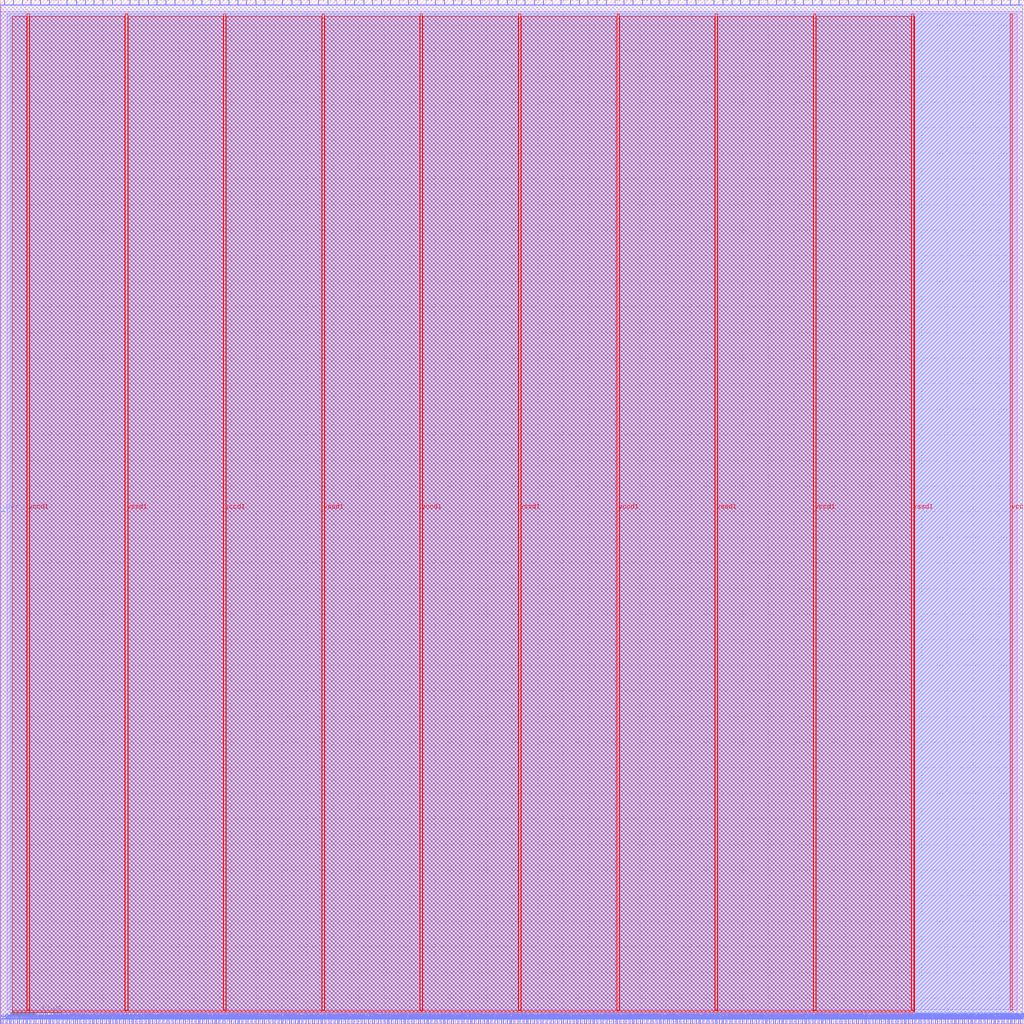
<source format=lef>
VERSION 5.7 ;
  NOWIREEXTENSIONATPIN ON ;
  DIVIDERCHAR "/" ;
  BUSBITCHARS "[]" ;
MACRO user_proj_example
  CLASS BLOCK ;
  FOREIGN user_proj_example ;
  ORIGIN 0.000 0.000 ;
  SIZE 800.000 BY 800.000 ;
  PIN io_in[0]
    DIRECTION INPUT ;
    USE SIGNAL ;
    PORT
      LAYER met2 ;
        RECT 3.310 796.000 3.590 800.000 ;
    END
  END io_in[0]
  PIN io_in[10]
    DIRECTION INPUT ;
    USE SIGNAL ;
    PORT
      LAYER met2 ;
        RECT 213.530 796.000 213.810 800.000 ;
    END
  END io_in[10]
  PIN io_in[11]
    DIRECTION INPUT ;
    USE SIGNAL ;
    PORT
      LAYER met2 ;
        RECT 234.690 796.000 234.970 800.000 ;
    END
  END io_in[11]
  PIN io_in[12]
    DIRECTION INPUT ;
    USE SIGNAL ;
    PORT
      LAYER met2 ;
        RECT 255.850 796.000 256.130 800.000 ;
    END
  END io_in[12]
  PIN io_in[13]
    DIRECTION INPUT ;
    USE SIGNAL ;
    PORT
      LAYER met2 ;
        RECT 276.550 796.000 276.830 800.000 ;
    END
  END io_in[13]
  PIN io_in[14]
    DIRECTION INPUT ;
    USE SIGNAL ;
    PORT
      LAYER met2 ;
        RECT 297.710 796.000 297.990 800.000 ;
    END
  END io_in[14]
  PIN io_in[15]
    DIRECTION INPUT ;
    USE SIGNAL ;
    PORT
      LAYER met2 ;
        RECT 318.870 796.000 319.150 800.000 ;
    END
  END io_in[15]
  PIN io_in[16]
    DIRECTION INPUT ;
    USE SIGNAL ;
    PORT
      LAYER met2 ;
        RECT 340.030 796.000 340.310 800.000 ;
    END
  END io_in[16]
  PIN io_in[17]
    DIRECTION INPUT ;
    USE SIGNAL ;
    PORT
      LAYER met2 ;
        RECT 360.730 796.000 361.010 800.000 ;
    END
  END io_in[17]
  PIN io_in[18]
    DIRECTION INPUT ;
    USE SIGNAL ;
    PORT
      LAYER met2 ;
        RECT 381.890 796.000 382.170 800.000 ;
    END
  END io_in[18]
  PIN io_in[19]
    DIRECTION INPUT ;
    USE SIGNAL ;
    PORT
      LAYER met2 ;
        RECT 403.050 796.000 403.330 800.000 ;
    END
  END io_in[19]
  PIN io_in[1]
    DIRECTION INPUT ;
    USE SIGNAL ;
    PORT
      LAYER met2 ;
        RECT 24.010 796.000 24.290 800.000 ;
    END
  END io_in[1]
  PIN io_in[20]
    DIRECTION INPUT ;
    USE SIGNAL ;
    PORT
      LAYER met2 ;
        RECT 424.210 796.000 424.490 800.000 ;
    END
  END io_in[20]
  PIN io_in[21]
    DIRECTION INPUT ;
    USE SIGNAL ;
    PORT
      LAYER met2 ;
        RECT 445.370 796.000 445.650 800.000 ;
    END
  END io_in[21]
  PIN io_in[22]
    DIRECTION INPUT ;
    USE SIGNAL ;
    PORT
      LAYER met2 ;
        RECT 466.070 796.000 466.350 800.000 ;
    END
  END io_in[22]
  PIN io_in[23]
    DIRECTION INPUT ;
    USE SIGNAL ;
    PORT
      LAYER met2 ;
        RECT 487.230 796.000 487.510 800.000 ;
    END
  END io_in[23]
  PIN io_in[24]
    DIRECTION INPUT ;
    USE SIGNAL ;
    PORT
      LAYER met2 ;
        RECT 508.390 796.000 508.670 800.000 ;
    END
  END io_in[24]
  PIN io_in[25]
    DIRECTION INPUT ;
    USE SIGNAL ;
    PORT
      LAYER met2 ;
        RECT 529.550 796.000 529.830 800.000 ;
    END
  END io_in[25]
  PIN io_in[26]
    DIRECTION INPUT ;
    USE SIGNAL ;
    PORT
      LAYER met2 ;
        RECT 550.250 796.000 550.530 800.000 ;
    END
  END io_in[26]
  PIN io_in[27]
    DIRECTION INPUT ;
    USE SIGNAL ;
    PORT
      LAYER met2 ;
        RECT 571.410 796.000 571.690 800.000 ;
    END
  END io_in[27]
  PIN io_in[28]
    DIRECTION INPUT ;
    USE SIGNAL ;
    PORT
      LAYER met2 ;
        RECT 592.570 796.000 592.850 800.000 ;
    END
  END io_in[28]
  PIN io_in[29]
    DIRECTION INPUT ;
    USE SIGNAL ;
    PORT
      LAYER met2 ;
        RECT 613.730 796.000 614.010 800.000 ;
    END
  END io_in[29]
  PIN io_in[2]
    DIRECTION INPUT ;
    USE SIGNAL ;
    PORT
      LAYER met2 ;
        RECT 45.170 796.000 45.450 800.000 ;
    END
  END io_in[2]
  PIN io_in[30]
    DIRECTION INPUT ;
    USE SIGNAL ;
    PORT
      LAYER met2 ;
        RECT 634.430 796.000 634.710 800.000 ;
    END
  END io_in[30]
  PIN io_in[31]
    DIRECTION INPUT ;
    USE SIGNAL ;
    PORT
      LAYER met2 ;
        RECT 655.590 796.000 655.870 800.000 ;
    END
  END io_in[31]
  PIN io_in[32]
    DIRECTION INPUT ;
    USE SIGNAL ;
    PORT
      LAYER met2 ;
        RECT 676.750 796.000 677.030 800.000 ;
    END
  END io_in[32]
  PIN io_in[33]
    DIRECTION INPUT ;
    USE SIGNAL ;
    PORT
      LAYER met2 ;
        RECT 697.910 796.000 698.190 800.000 ;
    END
  END io_in[33]
  PIN io_in[34]
    DIRECTION INPUT ;
    USE SIGNAL ;
    PORT
      LAYER met2 ;
        RECT 718.610 796.000 718.890 800.000 ;
    END
  END io_in[34]
  PIN io_in[35]
    DIRECTION INPUT ;
    USE SIGNAL ;
    PORT
      LAYER met2 ;
        RECT 739.770 796.000 740.050 800.000 ;
    END
  END io_in[35]
  PIN io_in[36]
    DIRECTION INPUT ;
    USE SIGNAL ;
    PORT
      LAYER met2 ;
        RECT 760.930 796.000 761.210 800.000 ;
    END
  END io_in[36]
  PIN io_in[37]
    DIRECTION INPUT ;
    USE SIGNAL ;
    PORT
      LAYER met2 ;
        RECT 782.090 796.000 782.370 800.000 ;
    END
  END io_in[37]
  PIN io_in[3]
    DIRECTION INPUT ;
    USE SIGNAL ;
    PORT
      LAYER met2 ;
        RECT 66.330 796.000 66.610 800.000 ;
    END
  END io_in[3]
  PIN io_in[4]
    DIRECTION INPUT ;
    USE SIGNAL ;
    PORT
      LAYER met2 ;
        RECT 87.490 796.000 87.770 800.000 ;
    END
  END io_in[4]
  PIN io_in[5]
    DIRECTION INPUT ;
    USE SIGNAL ;
    PORT
      LAYER met2 ;
        RECT 108.190 796.000 108.470 800.000 ;
    END
  END io_in[5]
  PIN io_in[6]
    DIRECTION INPUT ;
    USE SIGNAL ;
    PORT
      LAYER met2 ;
        RECT 129.350 796.000 129.630 800.000 ;
    END
  END io_in[6]
  PIN io_in[7]
    DIRECTION INPUT ;
    USE SIGNAL ;
    PORT
      LAYER met2 ;
        RECT 150.510 796.000 150.790 800.000 ;
    END
  END io_in[7]
  PIN io_in[8]
    DIRECTION INPUT ;
    USE SIGNAL ;
    PORT
      LAYER met2 ;
        RECT 171.670 796.000 171.950 800.000 ;
    END
  END io_in[8]
  PIN io_in[9]
    DIRECTION INPUT ;
    USE SIGNAL ;
    PORT
      LAYER met2 ;
        RECT 192.370 796.000 192.650 800.000 ;
    END
  END io_in[9]
  PIN io_oeb[0]
    DIRECTION OUTPUT TRISTATE ;
    USE SIGNAL ;
    PORT
      LAYER met2 ;
        RECT 10.210 796.000 10.490 800.000 ;
    END
  END io_oeb[0]
  PIN io_oeb[10]
    DIRECTION OUTPUT TRISTATE ;
    USE SIGNAL ;
    PORT
      LAYER met2 ;
        RECT 220.430 796.000 220.710 800.000 ;
    END
  END io_oeb[10]
  PIN io_oeb[11]
    DIRECTION OUTPUT TRISTATE ;
    USE SIGNAL ;
    PORT
      LAYER met2 ;
        RECT 241.590 796.000 241.870 800.000 ;
    END
  END io_oeb[11]
  PIN io_oeb[12]
    DIRECTION OUTPUT TRISTATE ;
    USE SIGNAL ;
    PORT
      LAYER met2 ;
        RECT 262.750 796.000 263.030 800.000 ;
    END
  END io_oeb[12]
  PIN io_oeb[13]
    DIRECTION OUTPUT TRISTATE ;
    USE SIGNAL ;
    PORT
      LAYER met2 ;
        RECT 283.910 796.000 284.190 800.000 ;
    END
  END io_oeb[13]
  PIN io_oeb[14]
    DIRECTION OUTPUT TRISTATE ;
    USE SIGNAL ;
    PORT
      LAYER met2 ;
        RECT 304.610 796.000 304.890 800.000 ;
    END
  END io_oeb[14]
  PIN io_oeb[15]
    DIRECTION OUTPUT TRISTATE ;
    USE SIGNAL ;
    PORT
      LAYER met2 ;
        RECT 325.770 796.000 326.050 800.000 ;
    END
  END io_oeb[15]
  PIN io_oeb[16]
    DIRECTION OUTPUT TRISTATE ;
    USE SIGNAL ;
    PORT
      LAYER met2 ;
        RECT 346.930 796.000 347.210 800.000 ;
    END
  END io_oeb[16]
  PIN io_oeb[17]
    DIRECTION OUTPUT TRISTATE ;
    USE SIGNAL ;
    PORT
      LAYER met2 ;
        RECT 368.090 796.000 368.370 800.000 ;
    END
  END io_oeb[17]
  PIN io_oeb[18]
    DIRECTION OUTPUT TRISTATE ;
    USE SIGNAL ;
    PORT
      LAYER met2 ;
        RECT 388.790 796.000 389.070 800.000 ;
    END
  END io_oeb[18]
  PIN io_oeb[19]
    DIRECTION OUTPUT TRISTATE ;
    USE SIGNAL ;
    PORT
      LAYER met2 ;
        RECT 409.950 796.000 410.230 800.000 ;
    END
  END io_oeb[19]
  PIN io_oeb[1]
    DIRECTION OUTPUT TRISTATE ;
    USE SIGNAL ;
    PORT
      LAYER met2 ;
        RECT 31.370 796.000 31.650 800.000 ;
    END
  END io_oeb[1]
  PIN io_oeb[20]
    DIRECTION OUTPUT TRISTATE ;
    USE SIGNAL ;
    PORT
      LAYER met2 ;
        RECT 431.110 796.000 431.390 800.000 ;
    END
  END io_oeb[20]
  PIN io_oeb[21]
    DIRECTION OUTPUT TRISTATE ;
    USE SIGNAL ;
    PORT
      LAYER met2 ;
        RECT 452.270 796.000 452.550 800.000 ;
    END
  END io_oeb[21]
  PIN io_oeb[22]
    DIRECTION OUTPUT TRISTATE ;
    USE SIGNAL ;
    PORT
      LAYER met2 ;
        RECT 473.430 796.000 473.710 800.000 ;
    END
  END io_oeb[22]
  PIN io_oeb[23]
    DIRECTION OUTPUT TRISTATE ;
    USE SIGNAL ;
    PORT
      LAYER met2 ;
        RECT 494.130 796.000 494.410 800.000 ;
    END
  END io_oeb[23]
  PIN io_oeb[24]
    DIRECTION OUTPUT TRISTATE ;
    USE SIGNAL ;
    PORT
      LAYER met2 ;
        RECT 515.290 796.000 515.570 800.000 ;
    END
  END io_oeb[24]
  PIN io_oeb[25]
    DIRECTION OUTPUT TRISTATE ;
    USE SIGNAL ;
    PORT
      LAYER met2 ;
        RECT 536.450 796.000 536.730 800.000 ;
    END
  END io_oeb[25]
  PIN io_oeb[26]
    DIRECTION OUTPUT TRISTATE ;
    USE SIGNAL ;
    PORT
      LAYER met2 ;
        RECT 557.610 796.000 557.890 800.000 ;
    END
  END io_oeb[26]
  PIN io_oeb[27]
    DIRECTION OUTPUT TRISTATE ;
    USE SIGNAL ;
    PORT
      LAYER met2 ;
        RECT 578.310 796.000 578.590 800.000 ;
    END
  END io_oeb[27]
  PIN io_oeb[28]
    DIRECTION OUTPUT TRISTATE ;
    USE SIGNAL ;
    PORT
      LAYER met2 ;
        RECT 599.470 796.000 599.750 800.000 ;
    END
  END io_oeb[28]
  PIN io_oeb[29]
    DIRECTION OUTPUT TRISTATE ;
    USE SIGNAL ;
    PORT
      LAYER met2 ;
        RECT 620.630 796.000 620.910 800.000 ;
    END
  END io_oeb[29]
  PIN io_oeb[2]
    DIRECTION OUTPUT TRISTATE ;
    USE SIGNAL ;
    PORT
      LAYER met2 ;
        RECT 52.070 796.000 52.350 800.000 ;
    END
  END io_oeb[2]
  PIN io_oeb[30]
    DIRECTION OUTPUT TRISTATE ;
    USE SIGNAL ;
    PORT
      LAYER met2 ;
        RECT 641.790 796.000 642.070 800.000 ;
    END
  END io_oeb[30]
  PIN io_oeb[31]
    DIRECTION OUTPUT TRISTATE ;
    USE SIGNAL ;
    PORT
      LAYER met2 ;
        RECT 662.490 796.000 662.770 800.000 ;
    END
  END io_oeb[31]
  PIN io_oeb[32]
    DIRECTION OUTPUT TRISTATE ;
    USE SIGNAL ;
    PORT
      LAYER met2 ;
        RECT 683.650 796.000 683.930 800.000 ;
    END
  END io_oeb[32]
  PIN io_oeb[33]
    DIRECTION OUTPUT TRISTATE ;
    USE SIGNAL ;
    PORT
      LAYER met2 ;
        RECT 704.810 796.000 705.090 800.000 ;
    END
  END io_oeb[33]
  PIN io_oeb[34]
    DIRECTION OUTPUT TRISTATE ;
    USE SIGNAL ;
    PORT
      LAYER met2 ;
        RECT 725.970 796.000 726.250 800.000 ;
    END
  END io_oeb[34]
  PIN io_oeb[35]
    DIRECTION OUTPUT TRISTATE ;
    USE SIGNAL ;
    PORT
      LAYER met2 ;
        RECT 746.670 796.000 746.950 800.000 ;
    END
  END io_oeb[35]
  PIN io_oeb[36]
    DIRECTION OUTPUT TRISTATE ;
    USE SIGNAL ;
    PORT
      LAYER met2 ;
        RECT 767.830 796.000 768.110 800.000 ;
    END
  END io_oeb[36]
  PIN io_oeb[37]
    DIRECTION OUTPUT TRISTATE ;
    USE SIGNAL ;
    PORT
      LAYER met2 ;
        RECT 788.990 796.000 789.270 800.000 ;
    END
  END io_oeb[37]
  PIN io_oeb[3]
    DIRECTION OUTPUT TRISTATE ;
    USE SIGNAL ;
    PORT
      LAYER met2 ;
        RECT 73.230 796.000 73.510 800.000 ;
    END
  END io_oeb[3]
  PIN io_oeb[4]
    DIRECTION OUTPUT TRISTATE ;
    USE SIGNAL ;
    PORT
      LAYER met2 ;
        RECT 94.390 796.000 94.670 800.000 ;
    END
  END io_oeb[4]
  PIN io_oeb[5]
    DIRECTION OUTPUT TRISTATE ;
    USE SIGNAL ;
    PORT
      LAYER met2 ;
        RECT 115.550 796.000 115.830 800.000 ;
    END
  END io_oeb[5]
  PIN io_oeb[6]
    DIRECTION OUTPUT TRISTATE ;
    USE SIGNAL ;
    PORT
      LAYER met2 ;
        RECT 136.250 796.000 136.530 800.000 ;
    END
  END io_oeb[6]
  PIN io_oeb[7]
    DIRECTION OUTPUT TRISTATE ;
    USE SIGNAL ;
    PORT
      LAYER met2 ;
        RECT 157.410 796.000 157.690 800.000 ;
    END
  END io_oeb[7]
  PIN io_oeb[8]
    DIRECTION OUTPUT TRISTATE ;
    USE SIGNAL ;
    PORT
      LAYER met2 ;
        RECT 178.570 796.000 178.850 800.000 ;
    END
  END io_oeb[8]
  PIN io_oeb[9]
    DIRECTION OUTPUT TRISTATE ;
    USE SIGNAL ;
    PORT
      LAYER met2 ;
        RECT 199.730 796.000 200.010 800.000 ;
    END
  END io_oeb[9]
  PIN io_out[0]
    DIRECTION OUTPUT TRISTATE ;
    USE SIGNAL ;
    PORT
      LAYER met2 ;
        RECT 17.110 796.000 17.390 800.000 ;
    END
  END io_out[0]
  PIN io_out[10]
    DIRECTION OUTPUT TRISTATE ;
    USE SIGNAL ;
    PORT
      LAYER met2 ;
        RECT 227.790 796.000 228.070 800.000 ;
    END
  END io_out[10]
  PIN io_out[11]
    DIRECTION OUTPUT TRISTATE ;
    USE SIGNAL ;
    PORT
      LAYER met2 ;
        RECT 248.490 796.000 248.770 800.000 ;
    END
  END io_out[11]
  PIN io_out[12]
    DIRECTION OUTPUT TRISTATE ;
    USE SIGNAL ;
    PORT
      LAYER met2 ;
        RECT 269.650 796.000 269.930 800.000 ;
    END
  END io_out[12]
  PIN io_out[13]
    DIRECTION OUTPUT TRISTATE ;
    USE SIGNAL ;
    PORT
      LAYER met2 ;
        RECT 290.810 796.000 291.090 800.000 ;
    END
  END io_out[13]
  PIN io_out[14]
    DIRECTION OUTPUT TRISTATE ;
    USE SIGNAL ;
    PORT
      LAYER met2 ;
        RECT 311.970 796.000 312.250 800.000 ;
    END
  END io_out[14]
  PIN io_out[15]
    DIRECTION OUTPUT TRISTATE ;
    USE SIGNAL ;
    PORT
      LAYER met2 ;
        RECT 332.670 796.000 332.950 800.000 ;
    END
  END io_out[15]
  PIN io_out[16]
    DIRECTION OUTPUT TRISTATE ;
    USE SIGNAL ;
    PORT
      LAYER met2 ;
        RECT 353.830 796.000 354.110 800.000 ;
    END
  END io_out[16]
  PIN io_out[17]
    DIRECTION OUTPUT TRISTATE ;
    USE SIGNAL ;
    PORT
      LAYER met2 ;
        RECT 374.990 796.000 375.270 800.000 ;
    END
  END io_out[17]
  PIN io_out[18]
    DIRECTION OUTPUT TRISTATE ;
    USE SIGNAL ;
    PORT
      LAYER met2 ;
        RECT 396.150 796.000 396.430 800.000 ;
    END
  END io_out[18]
  PIN io_out[19]
    DIRECTION OUTPUT TRISTATE ;
    USE SIGNAL ;
    PORT
      LAYER met2 ;
        RECT 417.310 796.000 417.590 800.000 ;
    END
  END io_out[19]
  PIN io_out[1]
    DIRECTION OUTPUT TRISTATE ;
    USE SIGNAL ;
    PORT
      LAYER met2 ;
        RECT 38.270 796.000 38.550 800.000 ;
    END
  END io_out[1]
  PIN io_out[20]
    DIRECTION OUTPUT TRISTATE ;
    USE SIGNAL ;
    PORT
      LAYER met2 ;
        RECT 438.010 796.000 438.290 800.000 ;
    END
  END io_out[20]
  PIN io_out[21]
    DIRECTION OUTPUT TRISTATE ;
    USE SIGNAL ;
    PORT
      LAYER met2 ;
        RECT 459.170 796.000 459.450 800.000 ;
    END
  END io_out[21]
  PIN io_out[22]
    DIRECTION OUTPUT TRISTATE ;
    USE SIGNAL ;
    PORT
      LAYER met2 ;
        RECT 480.330 796.000 480.610 800.000 ;
    END
  END io_out[22]
  PIN io_out[23]
    DIRECTION OUTPUT TRISTATE ;
    USE SIGNAL ;
    PORT
      LAYER met2 ;
        RECT 501.490 796.000 501.770 800.000 ;
    END
  END io_out[23]
  PIN io_out[24]
    DIRECTION OUTPUT TRISTATE ;
    USE SIGNAL ;
    PORT
      LAYER met2 ;
        RECT 522.190 796.000 522.470 800.000 ;
    END
  END io_out[24]
  PIN io_out[25]
    DIRECTION OUTPUT TRISTATE ;
    USE SIGNAL ;
    PORT
      LAYER met2 ;
        RECT 543.350 796.000 543.630 800.000 ;
    END
  END io_out[25]
  PIN io_out[26]
    DIRECTION OUTPUT TRISTATE ;
    USE SIGNAL ;
    PORT
      LAYER met2 ;
        RECT 564.510 796.000 564.790 800.000 ;
    END
  END io_out[26]
  PIN io_out[27]
    DIRECTION OUTPUT TRISTATE ;
    USE SIGNAL ;
    PORT
      LAYER met2 ;
        RECT 585.670 796.000 585.950 800.000 ;
    END
  END io_out[27]
  PIN io_out[28]
    DIRECTION OUTPUT TRISTATE ;
    USE SIGNAL ;
    PORT
      LAYER met2 ;
        RECT 606.370 796.000 606.650 800.000 ;
    END
  END io_out[28]
  PIN io_out[29]
    DIRECTION OUTPUT TRISTATE ;
    USE SIGNAL ;
    PORT
      LAYER met2 ;
        RECT 627.530 796.000 627.810 800.000 ;
    END
  END io_out[29]
  PIN io_out[2]
    DIRECTION OUTPUT TRISTATE ;
    USE SIGNAL ;
    PORT
      LAYER met2 ;
        RECT 59.430 796.000 59.710 800.000 ;
    END
  END io_out[2]
  PIN io_out[30]
    DIRECTION OUTPUT TRISTATE ;
    USE SIGNAL ;
    PORT
      LAYER met2 ;
        RECT 648.690 796.000 648.970 800.000 ;
    END
  END io_out[30]
  PIN io_out[31]
    DIRECTION OUTPUT TRISTATE ;
    USE SIGNAL ;
    PORT
      LAYER met2 ;
        RECT 669.850 796.000 670.130 800.000 ;
    END
  END io_out[31]
  PIN io_out[32]
    DIRECTION OUTPUT TRISTATE ;
    USE SIGNAL ;
    PORT
      LAYER met2 ;
        RECT 690.550 796.000 690.830 800.000 ;
    END
  END io_out[32]
  PIN io_out[33]
    DIRECTION OUTPUT TRISTATE ;
    USE SIGNAL ;
    PORT
      LAYER met2 ;
        RECT 711.710 796.000 711.990 800.000 ;
    END
  END io_out[33]
  PIN io_out[34]
    DIRECTION OUTPUT TRISTATE ;
    USE SIGNAL ;
    PORT
      LAYER met2 ;
        RECT 732.870 796.000 733.150 800.000 ;
    END
  END io_out[34]
  PIN io_out[35]
    DIRECTION OUTPUT TRISTATE ;
    USE SIGNAL ;
    PORT
      LAYER met2 ;
        RECT 754.030 796.000 754.310 800.000 ;
    END
  END io_out[35]
  PIN io_out[36]
    DIRECTION OUTPUT TRISTATE ;
    USE SIGNAL ;
    PORT
      LAYER met2 ;
        RECT 774.730 796.000 775.010 800.000 ;
    END
  END io_out[36]
  PIN io_out[37]
    DIRECTION OUTPUT TRISTATE ;
    USE SIGNAL ;
    PORT
      LAYER met2 ;
        RECT 795.890 796.000 796.170 800.000 ;
    END
  END io_out[37]
  PIN io_out[3]
    DIRECTION OUTPUT TRISTATE ;
    USE SIGNAL ;
    PORT
      LAYER met2 ;
        RECT 80.130 796.000 80.410 800.000 ;
    END
  END io_out[3]
  PIN io_out[4]
    DIRECTION OUTPUT TRISTATE ;
    USE SIGNAL ;
    PORT
      LAYER met2 ;
        RECT 101.290 796.000 101.570 800.000 ;
    END
  END io_out[4]
  PIN io_out[5]
    DIRECTION OUTPUT TRISTATE ;
    USE SIGNAL ;
    PORT
      LAYER met2 ;
        RECT 122.450 796.000 122.730 800.000 ;
    END
  END io_out[5]
  PIN io_out[6]
    DIRECTION OUTPUT TRISTATE ;
    USE SIGNAL ;
    PORT
      LAYER met2 ;
        RECT 143.610 796.000 143.890 800.000 ;
    END
  END io_out[6]
  PIN io_out[7]
    DIRECTION OUTPUT TRISTATE ;
    USE SIGNAL ;
    PORT
      LAYER met2 ;
        RECT 164.310 796.000 164.590 800.000 ;
    END
  END io_out[7]
  PIN io_out[8]
    DIRECTION OUTPUT TRISTATE ;
    USE SIGNAL ;
    PORT
      LAYER met2 ;
        RECT 185.470 796.000 185.750 800.000 ;
    END
  END io_out[8]
  PIN io_out[9]
    DIRECTION OUTPUT TRISTATE ;
    USE SIGNAL ;
    PORT
      LAYER met2 ;
        RECT 206.630 796.000 206.910 800.000 ;
    END
  END io_out[9]
  PIN irq[0]
    DIRECTION OUTPUT TRISTATE ;
    USE SIGNAL ;
    PORT
      LAYER met2 ;
        RECT 795.430 0.000 795.710 4.000 ;
    END
  END irq[0]
  PIN irq[1]
    DIRECTION OUTPUT TRISTATE ;
    USE SIGNAL ;
    PORT
      LAYER met2 ;
        RECT 796.810 0.000 797.090 4.000 ;
    END
  END irq[1]
  PIN irq[2]
    DIRECTION OUTPUT TRISTATE ;
    USE SIGNAL ;
    PORT
      LAYER met2 ;
        RECT 798.650 0.000 798.930 4.000 ;
    END
  END irq[2]
  PIN la_data_in[0]
    DIRECTION INPUT ;
    USE SIGNAL ;
    PORT
      LAYER met2 ;
        RECT 172.130 0.000 172.410 4.000 ;
    END
  END la_data_in[0]
  PIN la_data_in[100]
    DIRECTION INPUT ;
    USE SIGNAL ;
    PORT
      LAYER met2 ;
        RECT 659.270 0.000 659.550 4.000 ;
    END
  END la_data_in[100]
  PIN la_data_in[101]
    DIRECTION INPUT ;
    USE SIGNAL ;
    PORT
      LAYER met2 ;
        RECT 663.870 0.000 664.150 4.000 ;
    END
  END la_data_in[101]
  PIN la_data_in[102]
    DIRECTION INPUT ;
    USE SIGNAL ;
    PORT
      LAYER met2 ;
        RECT 668.930 0.000 669.210 4.000 ;
    END
  END la_data_in[102]
  PIN la_data_in[103]
    DIRECTION INPUT ;
    USE SIGNAL ;
    PORT
      LAYER met2 ;
        RECT 673.530 0.000 673.810 4.000 ;
    END
  END la_data_in[103]
  PIN la_data_in[104]
    DIRECTION INPUT ;
    USE SIGNAL ;
    PORT
      LAYER met2 ;
        RECT 678.590 0.000 678.870 4.000 ;
    END
  END la_data_in[104]
  PIN la_data_in[105]
    DIRECTION INPUT ;
    USE SIGNAL ;
    PORT
      LAYER met2 ;
        RECT 683.650 0.000 683.930 4.000 ;
    END
  END la_data_in[105]
  PIN la_data_in[106]
    DIRECTION INPUT ;
    USE SIGNAL ;
    PORT
      LAYER met2 ;
        RECT 688.250 0.000 688.530 4.000 ;
    END
  END la_data_in[106]
  PIN la_data_in[107]
    DIRECTION INPUT ;
    USE SIGNAL ;
    PORT
      LAYER met2 ;
        RECT 693.310 0.000 693.590 4.000 ;
    END
  END la_data_in[107]
  PIN la_data_in[108]
    DIRECTION INPUT ;
    USE SIGNAL ;
    PORT
      LAYER met2 ;
        RECT 697.910 0.000 698.190 4.000 ;
    END
  END la_data_in[108]
  PIN la_data_in[109]
    DIRECTION INPUT ;
    USE SIGNAL ;
    PORT
      LAYER met2 ;
        RECT 702.970 0.000 703.250 4.000 ;
    END
  END la_data_in[109]
  PIN la_data_in[10]
    DIRECTION INPUT ;
    USE SIGNAL ;
    PORT
      LAYER met2 ;
        RECT 220.890 0.000 221.170 4.000 ;
    END
  END la_data_in[10]
  PIN la_data_in[110]
    DIRECTION INPUT ;
    USE SIGNAL ;
    PORT
      LAYER met2 ;
        RECT 707.570 0.000 707.850 4.000 ;
    END
  END la_data_in[110]
  PIN la_data_in[111]
    DIRECTION INPUT ;
    USE SIGNAL ;
    PORT
      LAYER met2 ;
        RECT 712.630 0.000 712.910 4.000 ;
    END
  END la_data_in[111]
  PIN la_data_in[112]
    DIRECTION INPUT ;
    USE SIGNAL ;
    PORT
      LAYER met2 ;
        RECT 717.690 0.000 717.970 4.000 ;
    END
  END la_data_in[112]
  PIN la_data_in[113]
    DIRECTION INPUT ;
    USE SIGNAL ;
    PORT
      LAYER met2 ;
        RECT 722.290 0.000 722.570 4.000 ;
    END
  END la_data_in[113]
  PIN la_data_in[114]
    DIRECTION INPUT ;
    USE SIGNAL ;
    PORT
      LAYER met2 ;
        RECT 727.350 0.000 727.630 4.000 ;
    END
  END la_data_in[114]
  PIN la_data_in[115]
    DIRECTION INPUT ;
    USE SIGNAL ;
    PORT
      LAYER met2 ;
        RECT 731.950 0.000 732.230 4.000 ;
    END
  END la_data_in[115]
  PIN la_data_in[116]
    DIRECTION INPUT ;
    USE SIGNAL ;
    PORT
      LAYER met2 ;
        RECT 737.010 0.000 737.290 4.000 ;
    END
  END la_data_in[116]
  PIN la_data_in[117]
    DIRECTION INPUT ;
    USE SIGNAL ;
    PORT
      LAYER met2 ;
        RECT 742.070 0.000 742.350 4.000 ;
    END
  END la_data_in[117]
  PIN la_data_in[118]
    DIRECTION INPUT ;
    USE SIGNAL ;
    PORT
      LAYER met2 ;
        RECT 746.670 0.000 746.950 4.000 ;
    END
  END la_data_in[118]
  PIN la_data_in[119]
    DIRECTION INPUT ;
    USE SIGNAL ;
    PORT
      LAYER met2 ;
        RECT 751.730 0.000 752.010 4.000 ;
    END
  END la_data_in[119]
  PIN la_data_in[11]
    DIRECTION INPUT ;
    USE SIGNAL ;
    PORT
      LAYER met2 ;
        RECT 225.950 0.000 226.230 4.000 ;
    END
  END la_data_in[11]
  PIN la_data_in[120]
    DIRECTION INPUT ;
    USE SIGNAL ;
    PORT
      LAYER met2 ;
        RECT 756.330 0.000 756.610 4.000 ;
    END
  END la_data_in[120]
  PIN la_data_in[121]
    DIRECTION INPUT ;
    USE SIGNAL ;
    PORT
      LAYER met2 ;
        RECT 761.390 0.000 761.670 4.000 ;
    END
  END la_data_in[121]
  PIN la_data_in[122]
    DIRECTION INPUT ;
    USE SIGNAL ;
    PORT
      LAYER met2 ;
        RECT 765.990 0.000 766.270 4.000 ;
    END
  END la_data_in[122]
  PIN la_data_in[123]
    DIRECTION INPUT ;
    USE SIGNAL ;
    PORT
      LAYER met2 ;
        RECT 771.050 0.000 771.330 4.000 ;
    END
  END la_data_in[123]
  PIN la_data_in[124]
    DIRECTION INPUT ;
    USE SIGNAL ;
    PORT
      LAYER met2 ;
        RECT 776.110 0.000 776.390 4.000 ;
    END
  END la_data_in[124]
  PIN la_data_in[125]
    DIRECTION INPUT ;
    USE SIGNAL ;
    PORT
      LAYER met2 ;
        RECT 780.710 0.000 780.990 4.000 ;
    END
  END la_data_in[125]
  PIN la_data_in[126]
    DIRECTION INPUT ;
    USE SIGNAL ;
    PORT
      LAYER met2 ;
        RECT 785.770 0.000 786.050 4.000 ;
    END
  END la_data_in[126]
  PIN la_data_in[127]
    DIRECTION INPUT ;
    USE SIGNAL ;
    PORT
      LAYER met2 ;
        RECT 790.370 0.000 790.650 4.000 ;
    END
  END la_data_in[127]
  PIN la_data_in[12]
    DIRECTION INPUT ;
    USE SIGNAL ;
    PORT
      LAYER met2 ;
        RECT 230.550 0.000 230.830 4.000 ;
    END
  END la_data_in[12]
  PIN la_data_in[13]
    DIRECTION INPUT ;
    USE SIGNAL ;
    PORT
      LAYER met2 ;
        RECT 235.610 0.000 235.890 4.000 ;
    END
  END la_data_in[13]
  PIN la_data_in[14]
    DIRECTION INPUT ;
    USE SIGNAL ;
    PORT
      LAYER met2 ;
        RECT 240.670 0.000 240.950 4.000 ;
    END
  END la_data_in[14]
  PIN la_data_in[15]
    DIRECTION INPUT ;
    USE SIGNAL ;
    PORT
      LAYER met2 ;
        RECT 245.270 0.000 245.550 4.000 ;
    END
  END la_data_in[15]
  PIN la_data_in[16]
    DIRECTION INPUT ;
    USE SIGNAL ;
    PORT
      LAYER met2 ;
        RECT 250.330 0.000 250.610 4.000 ;
    END
  END la_data_in[16]
  PIN la_data_in[17]
    DIRECTION INPUT ;
    USE SIGNAL ;
    PORT
      LAYER met2 ;
        RECT 254.930 0.000 255.210 4.000 ;
    END
  END la_data_in[17]
  PIN la_data_in[18]
    DIRECTION INPUT ;
    USE SIGNAL ;
    PORT
      LAYER met2 ;
        RECT 259.990 0.000 260.270 4.000 ;
    END
  END la_data_in[18]
  PIN la_data_in[19]
    DIRECTION INPUT ;
    USE SIGNAL ;
    PORT
      LAYER met2 ;
        RECT 264.590 0.000 264.870 4.000 ;
    END
  END la_data_in[19]
  PIN la_data_in[1]
    DIRECTION INPUT ;
    USE SIGNAL ;
    PORT
      LAYER met2 ;
        RECT 177.190 0.000 177.470 4.000 ;
    END
  END la_data_in[1]
  PIN la_data_in[20]
    DIRECTION INPUT ;
    USE SIGNAL ;
    PORT
      LAYER met2 ;
        RECT 269.650 0.000 269.930 4.000 ;
    END
  END la_data_in[20]
  PIN la_data_in[21]
    DIRECTION INPUT ;
    USE SIGNAL ;
    PORT
      LAYER met2 ;
        RECT 274.710 0.000 274.990 4.000 ;
    END
  END la_data_in[21]
  PIN la_data_in[22]
    DIRECTION INPUT ;
    USE SIGNAL ;
    PORT
      LAYER met2 ;
        RECT 279.310 0.000 279.590 4.000 ;
    END
  END la_data_in[22]
  PIN la_data_in[23]
    DIRECTION INPUT ;
    USE SIGNAL ;
    PORT
      LAYER met2 ;
        RECT 284.370 0.000 284.650 4.000 ;
    END
  END la_data_in[23]
  PIN la_data_in[24]
    DIRECTION INPUT ;
    USE SIGNAL ;
    PORT
      LAYER met2 ;
        RECT 288.970 0.000 289.250 4.000 ;
    END
  END la_data_in[24]
  PIN la_data_in[25]
    DIRECTION INPUT ;
    USE SIGNAL ;
    PORT
      LAYER met2 ;
        RECT 294.030 0.000 294.310 4.000 ;
    END
  END la_data_in[25]
  PIN la_data_in[26]
    DIRECTION INPUT ;
    USE SIGNAL ;
    PORT
      LAYER met2 ;
        RECT 299.090 0.000 299.370 4.000 ;
    END
  END la_data_in[26]
  PIN la_data_in[27]
    DIRECTION INPUT ;
    USE SIGNAL ;
    PORT
      LAYER met2 ;
        RECT 303.690 0.000 303.970 4.000 ;
    END
  END la_data_in[27]
  PIN la_data_in[28]
    DIRECTION INPUT ;
    USE SIGNAL ;
    PORT
      LAYER met2 ;
        RECT 308.750 0.000 309.030 4.000 ;
    END
  END la_data_in[28]
  PIN la_data_in[29]
    DIRECTION INPUT ;
    USE SIGNAL ;
    PORT
      LAYER met2 ;
        RECT 313.350 0.000 313.630 4.000 ;
    END
  END la_data_in[29]
  PIN la_data_in[2]
    DIRECTION INPUT ;
    USE SIGNAL ;
    PORT
      LAYER met2 ;
        RECT 182.250 0.000 182.530 4.000 ;
    END
  END la_data_in[2]
  PIN la_data_in[30]
    DIRECTION INPUT ;
    USE SIGNAL ;
    PORT
      LAYER met2 ;
        RECT 318.410 0.000 318.690 4.000 ;
    END
  END la_data_in[30]
  PIN la_data_in[31]
    DIRECTION INPUT ;
    USE SIGNAL ;
    PORT
      LAYER met2 ;
        RECT 323.010 0.000 323.290 4.000 ;
    END
  END la_data_in[31]
  PIN la_data_in[32]
    DIRECTION INPUT ;
    USE SIGNAL ;
    PORT
      LAYER met2 ;
        RECT 328.070 0.000 328.350 4.000 ;
    END
  END la_data_in[32]
  PIN la_data_in[33]
    DIRECTION INPUT ;
    USE SIGNAL ;
    PORT
      LAYER met2 ;
        RECT 333.130 0.000 333.410 4.000 ;
    END
  END la_data_in[33]
  PIN la_data_in[34]
    DIRECTION INPUT ;
    USE SIGNAL ;
    PORT
      LAYER met2 ;
        RECT 337.730 0.000 338.010 4.000 ;
    END
  END la_data_in[34]
  PIN la_data_in[35]
    DIRECTION INPUT ;
    USE SIGNAL ;
    PORT
      LAYER met2 ;
        RECT 342.790 0.000 343.070 4.000 ;
    END
  END la_data_in[35]
  PIN la_data_in[36]
    DIRECTION INPUT ;
    USE SIGNAL ;
    PORT
      LAYER met2 ;
        RECT 347.390 0.000 347.670 4.000 ;
    END
  END la_data_in[36]
  PIN la_data_in[37]
    DIRECTION INPUT ;
    USE SIGNAL ;
    PORT
      LAYER met2 ;
        RECT 352.450 0.000 352.730 4.000 ;
    END
  END la_data_in[37]
  PIN la_data_in[38]
    DIRECTION INPUT ;
    USE SIGNAL ;
    PORT
      LAYER met2 ;
        RECT 357.510 0.000 357.790 4.000 ;
    END
  END la_data_in[38]
  PIN la_data_in[39]
    DIRECTION INPUT ;
    USE SIGNAL ;
    PORT
      LAYER met2 ;
        RECT 362.110 0.000 362.390 4.000 ;
    END
  END la_data_in[39]
  PIN la_data_in[3]
    DIRECTION INPUT ;
    USE SIGNAL ;
    PORT
      LAYER met2 ;
        RECT 186.850 0.000 187.130 4.000 ;
    END
  END la_data_in[3]
  PIN la_data_in[40]
    DIRECTION INPUT ;
    USE SIGNAL ;
    PORT
      LAYER met2 ;
        RECT 367.170 0.000 367.450 4.000 ;
    END
  END la_data_in[40]
  PIN la_data_in[41]
    DIRECTION INPUT ;
    USE SIGNAL ;
    PORT
      LAYER met2 ;
        RECT 371.770 0.000 372.050 4.000 ;
    END
  END la_data_in[41]
  PIN la_data_in[42]
    DIRECTION INPUT ;
    USE SIGNAL ;
    PORT
      LAYER met2 ;
        RECT 376.830 0.000 377.110 4.000 ;
    END
  END la_data_in[42]
  PIN la_data_in[43]
    DIRECTION INPUT ;
    USE SIGNAL ;
    PORT
      LAYER met2 ;
        RECT 381.430 0.000 381.710 4.000 ;
    END
  END la_data_in[43]
  PIN la_data_in[44]
    DIRECTION INPUT ;
    USE SIGNAL ;
    PORT
      LAYER met2 ;
        RECT 386.490 0.000 386.770 4.000 ;
    END
  END la_data_in[44]
  PIN la_data_in[45]
    DIRECTION INPUT ;
    USE SIGNAL ;
    PORT
      LAYER met2 ;
        RECT 391.550 0.000 391.830 4.000 ;
    END
  END la_data_in[45]
  PIN la_data_in[46]
    DIRECTION INPUT ;
    USE SIGNAL ;
    PORT
      LAYER met2 ;
        RECT 396.150 0.000 396.430 4.000 ;
    END
  END la_data_in[46]
  PIN la_data_in[47]
    DIRECTION INPUT ;
    USE SIGNAL ;
    PORT
      LAYER met2 ;
        RECT 401.210 0.000 401.490 4.000 ;
    END
  END la_data_in[47]
  PIN la_data_in[48]
    DIRECTION INPUT ;
    USE SIGNAL ;
    PORT
      LAYER met2 ;
        RECT 405.810 0.000 406.090 4.000 ;
    END
  END la_data_in[48]
  PIN la_data_in[49]
    DIRECTION INPUT ;
    USE SIGNAL ;
    PORT
      LAYER met2 ;
        RECT 410.870 0.000 411.150 4.000 ;
    END
  END la_data_in[49]
  PIN la_data_in[4]
    DIRECTION INPUT ;
    USE SIGNAL ;
    PORT
      LAYER met2 ;
        RECT 191.910 0.000 192.190 4.000 ;
    END
  END la_data_in[4]
  PIN la_data_in[50]
    DIRECTION INPUT ;
    USE SIGNAL ;
    PORT
      LAYER met2 ;
        RECT 415.930 0.000 416.210 4.000 ;
    END
  END la_data_in[50]
  PIN la_data_in[51]
    DIRECTION INPUT ;
    USE SIGNAL ;
    PORT
      LAYER met2 ;
        RECT 420.530 0.000 420.810 4.000 ;
    END
  END la_data_in[51]
  PIN la_data_in[52]
    DIRECTION INPUT ;
    USE SIGNAL ;
    PORT
      LAYER met2 ;
        RECT 425.590 0.000 425.870 4.000 ;
    END
  END la_data_in[52]
  PIN la_data_in[53]
    DIRECTION INPUT ;
    USE SIGNAL ;
    PORT
      LAYER met2 ;
        RECT 430.190 0.000 430.470 4.000 ;
    END
  END la_data_in[53]
  PIN la_data_in[54]
    DIRECTION INPUT ;
    USE SIGNAL ;
    PORT
      LAYER met2 ;
        RECT 435.250 0.000 435.530 4.000 ;
    END
  END la_data_in[54]
  PIN la_data_in[55]
    DIRECTION INPUT ;
    USE SIGNAL ;
    PORT
      LAYER met2 ;
        RECT 439.850 0.000 440.130 4.000 ;
    END
  END la_data_in[55]
  PIN la_data_in[56]
    DIRECTION INPUT ;
    USE SIGNAL ;
    PORT
      LAYER met2 ;
        RECT 444.910 0.000 445.190 4.000 ;
    END
  END la_data_in[56]
  PIN la_data_in[57]
    DIRECTION INPUT ;
    USE SIGNAL ;
    PORT
      LAYER met2 ;
        RECT 449.970 0.000 450.250 4.000 ;
    END
  END la_data_in[57]
  PIN la_data_in[58]
    DIRECTION INPUT ;
    USE SIGNAL ;
    PORT
      LAYER met2 ;
        RECT 454.570 0.000 454.850 4.000 ;
    END
  END la_data_in[58]
  PIN la_data_in[59]
    DIRECTION INPUT ;
    USE SIGNAL ;
    PORT
      LAYER met2 ;
        RECT 459.630 0.000 459.910 4.000 ;
    END
  END la_data_in[59]
  PIN la_data_in[5]
    DIRECTION INPUT ;
    USE SIGNAL ;
    PORT
      LAYER met2 ;
        RECT 196.510 0.000 196.790 4.000 ;
    END
  END la_data_in[5]
  PIN la_data_in[60]
    DIRECTION INPUT ;
    USE SIGNAL ;
    PORT
      LAYER met2 ;
        RECT 464.230 0.000 464.510 4.000 ;
    END
  END la_data_in[60]
  PIN la_data_in[61]
    DIRECTION INPUT ;
    USE SIGNAL ;
    PORT
      LAYER met2 ;
        RECT 469.290 0.000 469.570 4.000 ;
    END
  END la_data_in[61]
  PIN la_data_in[62]
    DIRECTION INPUT ;
    USE SIGNAL ;
    PORT
      LAYER met2 ;
        RECT 473.890 0.000 474.170 4.000 ;
    END
  END la_data_in[62]
  PIN la_data_in[63]
    DIRECTION INPUT ;
    USE SIGNAL ;
    PORT
      LAYER met2 ;
        RECT 478.950 0.000 479.230 4.000 ;
    END
  END la_data_in[63]
  PIN la_data_in[64]
    DIRECTION INPUT ;
    USE SIGNAL ;
    PORT
      LAYER met2 ;
        RECT 484.010 0.000 484.290 4.000 ;
    END
  END la_data_in[64]
  PIN la_data_in[65]
    DIRECTION INPUT ;
    USE SIGNAL ;
    PORT
      LAYER met2 ;
        RECT 488.610 0.000 488.890 4.000 ;
    END
  END la_data_in[65]
  PIN la_data_in[66]
    DIRECTION INPUT ;
    USE SIGNAL ;
    PORT
      LAYER met2 ;
        RECT 493.670 0.000 493.950 4.000 ;
    END
  END la_data_in[66]
  PIN la_data_in[67]
    DIRECTION INPUT ;
    USE SIGNAL ;
    PORT
      LAYER met2 ;
        RECT 498.270 0.000 498.550 4.000 ;
    END
  END la_data_in[67]
  PIN la_data_in[68]
    DIRECTION INPUT ;
    USE SIGNAL ;
    PORT
      LAYER met2 ;
        RECT 503.330 0.000 503.610 4.000 ;
    END
  END la_data_in[68]
  PIN la_data_in[69]
    DIRECTION INPUT ;
    USE SIGNAL ;
    PORT
      LAYER met2 ;
        RECT 508.390 0.000 508.670 4.000 ;
    END
  END la_data_in[69]
  PIN la_data_in[6]
    DIRECTION INPUT ;
    USE SIGNAL ;
    PORT
      LAYER met2 ;
        RECT 201.570 0.000 201.850 4.000 ;
    END
  END la_data_in[6]
  PIN la_data_in[70]
    DIRECTION INPUT ;
    USE SIGNAL ;
    PORT
      LAYER met2 ;
        RECT 512.990 0.000 513.270 4.000 ;
    END
  END la_data_in[70]
  PIN la_data_in[71]
    DIRECTION INPUT ;
    USE SIGNAL ;
    PORT
      LAYER met2 ;
        RECT 518.050 0.000 518.330 4.000 ;
    END
  END la_data_in[71]
  PIN la_data_in[72]
    DIRECTION INPUT ;
    USE SIGNAL ;
    PORT
      LAYER met2 ;
        RECT 522.650 0.000 522.930 4.000 ;
    END
  END la_data_in[72]
  PIN la_data_in[73]
    DIRECTION INPUT ;
    USE SIGNAL ;
    PORT
      LAYER met2 ;
        RECT 527.710 0.000 527.990 4.000 ;
    END
  END la_data_in[73]
  PIN la_data_in[74]
    DIRECTION INPUT ;
    USE SIGNAL ;
    PORT
      LAYER met2 ;
        RECT 532.310 0.000 532.590 4.000 ;
    END
  END la_data_in[74]
  PIN la_data_in[75]
    DIRECTION INPUT ;
    USE SIGNAL ;
    PORT
      LAYER met2 ;
        RECT 537.370 0.000 537.650 4.000 ;
    END
  END la_data_in[75]
  PIN la_data_in[76]
    DIRECTION INPUT ;
    USE SIGNAL ;
    PORT
      LAYER met2 ;
        RECT 542.430 0.000 542.710 4.000 ;
    END
  END la_data_in[76]
  PIN la_data_in[77]
    DIRECTION INPUT ;
    USE SIGNAL ;
    PORT
      LAYER met2 ;
        RECT 547.030 0.000 547.310 4.000 ;
    END
  END la_data_in[77]
  PIN la_data_in[78]
    DIRECTION INPUT ;
    USE SIGNAL ;
    PORT
      LAYER met2 ;
        RECT 552.090 0.000 552.370 4.000 ;
    END
  END la_data_in[78]
  PIN la_data_in[79]
    DIRECTION INPUT ;
    USE SIGNAL ;
    PORT
      LAYER met2 ;
        RECT 556.690 0.000 556.970 4.000 ;
    END
  END la_data_in[79]
  PIN la_data_in[7]
    DIRECTION INPUT ;
    USE SIGNAL ;
    PORT
      LAYER met2 ;
        RECT 206.170 0.000 206.450 4.000 ;
    END
  END la_data_in[7]
  PIN la_data_in[80]
    DIRECTION INPUT ;
    USE SIGNAL ;
    PORT
      LAYER met2 ;
        RECT 561.750 0.000 562.030 4.000 ;
    END
  END la_data_in[80]
  PIN la_data_in[81]
    DIRECTION INPUT ;
    USE SIGNAL ;
    PORT
      LAYER met2 ;
        RECT 566.810 0.000 567.090 4.000 ;
    END
  END la_data_in[81]
  PIN la_data_in[82]
    DIRECTION INPUT ;
    USE SIGNAL ;
    PORT
      LAYER met2 ;
        RECT 571.410 0.000 571.690 4.000 ;
    END
  END la_data_in[82]
  PIN la_data_in[83]
    DIRECTION INPUT ;
    USE SIGNAL ;
    PORT
      LAYER met2 ;
        RECT 576.470 0.000 576.750 4.000 ;
    END
  END la_data_in[83]
  PIN la_data_in[84]
    DIRECTION INPUT ;
    USE SIGNAL ;
    PORT
      LAYER met2 ;
        RECT 581.070 0.000 581.350 4.000 ;
    END
  END la_data_in[84]
  PIN la_data_in[85]
    DIRECTION INPUT ;
    USE SIGNAL ;
    PORT
      LAYER met2 ;
        RECT 586.130 0.000 586.410 4.000 ;
    END
  END la_data_in[85]
  PIN la_data_in[86]
    DIRECTION INPUT ;
    USE SIGNAL ;
    PORT
      LAYER met2 ;
        RECT 590.730 0.000 591.010 4.000 ;
    END
  END la_data_in[86]
  PIN la_data_in[87]
    DIRECTION INPUT ;
    USE SIGNAL ;
    PORT
      LAYER met2 ;
        RECT 595.790 0.000 596.070 4.000 ;
    END
  END la_data_in[87]
  PIN la_data_in[88]
    DIRECTION INPUT ;
    USE SIGNAL ;
    PORT
      LAYER met2 ;
        RECT 600.850 0.000 601.130 4.000 ;
    END
  END la_data_in[88]
  PIN la_data_in[89]
    DIRECTION INPUT ;
    USE SIGNAL ;
    PORT
      LAYER met2 ;
        RECT 605.450 0.000 605.730 4.000 ;
    END
  END la_data_in[89]
  PIN la_data_in[8]
    DIRECTION INPUT ;
    USE SIGNAL ;
    PORT
      LAYER met2 ;
        RECT 211.230 0.000 211.510 4.000 ;
    END
  END la_data_in[8]
  PIN la_data_in[90]
    DIRECTION INPUT ;
    USE SIGNAL ;
    PORT
      LAYER met2 ;
        RECT 610.510 0.000 610.790 4.000 ;
    END
  END la_data_in[90]
  PIN la_data_in[91]
    DIRECTION INPUT ;
    USE SIGNAL ;
    PORT
      LAYER met2 ;
        RECT 615.110 0.000 615.390 4.000 ;
    END
  END la_data_in[91]
  PIN la_data_in[92]
    DIRECTION INPUT ;
    USE SIGNAL ;
    PORT
      LAYER met2 ;
        RECT 620.170 0.000 620.450 4.000 ;
    END
  END la_data_in[92]
  PIN la_data_in[93]
    DIRECTION INPUT ;
    USE SIGNAL ;
    PORT
      LAYER met2 ;
        RECT 625.230 0.000 625.510 4.000 ;
    END
  END la_data_in[93]
  PIN la_data_in[94]
    DIRECTION INPUT ;
    USE SIGNAL ;
    PORT
      LAYER met2 ;
        RECT 629.830 0.000 630.110 4.000 ;
    END
  END la_data_in[94]
  PIN la_data_in[95]
    DIRECTION INPUT ;
    USE SIGNAL ;
    PORT
      LAYER met2 ;
        RECT 634.890 0.000 635.170 4.000 ;
    END
  END la_data_in[95]
  PIN la_data_in[96]
    DIRECTION INPUT ;
    USE SIGNAL ;
    PORT
      LAYER met2 ;
        RECT 639.490 0.000 639.770 4.000 ;
    END
  END la_data_in[96]
  PIN la_data_in[97]
    DIRECTION INPUT ;
    USE SIGNAL ;
    PORT
      LAYER met2 ;
        RECT 644.550 0.000 644.830 4.000 ;
    END
  END la_data_in[97]
  PIN la_data_in[98]
    DIRECTION INPUT ;
    USE SIGNAL ;
    PORT
      LAYER met2 ;
        RECT 649.150 0.000 649.430 4.000 ;
    END
  END la_data_in[98]
  PIN la_data_in[99]
    DIRECTION INPUT ;
    USE SIGNAL ;
    PORT
      LAYER met2 ;
        RECT 654.210 0.000 654.490 4.000 ;
    END
  END la_data_in[99]
  PIN la_data_in[9]
    DIRECTION INPUT ;
    USE SIGNAL ;
    PORT
      LAYER met2 ;
        RECT 216.290 0.000 216.570 4.000 ;
    END
  END la_data_in[9]
  PIN la_data_out[0]
    DIRECTION OUTPUT TRISTATE ;
    USE SIGNAL ;
    PORT
      LAYER met2 ;
        RECT 173.970 0.000 174.250 4.000 ;
    END
  END la_data_out[0]
  PIN la_data_out[100]
    DIRECTION OUTPUT TRISTATE ;
    USE SIGNAL ;
    PORT
      LAYER met2 ;
        RECT 660.650 0.000 660.930 4.000 ;
    END
  END la_data_out[100]
  PIN la_data_out[101]
    DIRECTION OUTPUT TRISTATE ;
    USE SIGNAL ;
    PORT
      LAYER met2 ;
        RECT 665.710 0.000 665.990 4.000 ;
    END
  END la_data_out[101]
  PIN la_data_out[102]
    DIRECTION OUTPUT TRISTATE ;
    USE SIGNAL ;
    PORT
      LAYER met2 ;
        RECT 670.310 0.000 670.590 4.000 ;
    END
  END la_data_out[102]
  PIN la_data_out[103]
    DIRECTION OUTPUT TRISTATE ;
    USE SIGNAL ;
    PORT
      LAYER met2 ;
        RECT 675.370 0.000 675.650 4.000 ;
    END
  END la_data_out[103]
  PIN la_data_out[104]
    DIRECTION OUTPUT TRISTATE ;
    USE SIGNAL ;
    PORT
      LAYER met2 ;
        RECT 679.970 0.000 680.250 4.000 ;
    END
  END la_data_out[104]
  PIN la_data_out[105]
    DIRECTION OUTPUT TRISTATE ;
    USE SIGNAL ;
    PORT
      LAYER met2 ;
        RECT 685.030 0.000 685.310 4.000 ;
    END
  END la_data_out[105]
  PIN la_data_out[106]
    DIRECTION OUTPUT TRISTATE ;
    USE SIGNAL ;
    PORT
      LAYER met2 ;
        RECT 690.090 0.000 690.370 4.000 ;
    END
  END la_data_out[106]
  PIN la_data_out[107]
    DIRECTION OUTPUT TRISTATE ;
    USE SIGNAL ;
    PORT
      LAYER met2 ;
        RECT 694.690 0.000 694.970 4.000 ;
    END
  END la_data_out[107]
  PIN la_data_out[108]
    DIRECTION OUTPUT TRISTATE ;
    USE SIGNAL ;
    PORT
      LAYER met2 ;
        RECT 699.750 0.000 700.030 4.000 ;
    END
  END la_data_out[108]
  PIN la_data_out[109]
    DIRECTION OUTPUT TRISTATE ;
    USE SIGNAL ;
    PORT
      LAYER met2 ;
        RECT 704.350 0.000 704.630 4.000 ;
    END
  END la_data_out[109]
  PIN la_data_out[10]
    DIRECTION OUTPUT TRISTATE ;
    USE SIGNAL ;
    PORT
      LAYER met2 ;
        RECT 222.730 0.000 223.010 4.000 ;
    END
  END la_data_out[10]
  PIN la_data_out[110]
    DIRECTION OUTPUT TRISTATE ;
    USE SIGNAL ;
    PORT
      LAYER met2 ;
        RECT 709.410 0.000 709.690 4.000 ;
    END
  END la_data_out[110]
  PIN la_data_out[111]
    DIRECTION OUTPUT TRISTATE ;
    USE SIGNAL ;
    PORT
      LAYER met2 ;
        RECT 714.470 0.000 714.750 4.000 ;
    END
  END la_data_out[111]
  PIN la_data_out[112]
    DIRECTION OUTPUT TRISTATE ;
    USE SIGNAL ;
    PORT
      LAYER met2 ;
        RECT 719.070 0.000 719.350 4.000 ;
    END
  END la_data_out[112]
  PIN la_data_out[113]
    DIRECTION OUTPUT TRISTATE ;
    USE SIGNAL ;
    PORT
      LAYER met2 ;
        RECT 724.130 0.000 724.410 4.000 ;
    END
  END la_data_out[113]
  PIN la_data_out[114]
    DIRECTION OUTPUT TRISTATE ;
    USE SIGNAL ;
    PORT
      LAYER met2 ;
        RECT 728.730 0.000 729.010 4.000 ;
    END
  END la_data_out[114]
  PIN la_data_out[115]
    DIRECTION OUTPUT TRISTATE ;
    USE SIGNAL ;
    PORT
      LAYER met2 ;
        RECT 733.790 0.000 734.070 4.000 ;
    END
  END la_data_out[115]
  PIN la_data_out[116]
    DIRECTION OUTPUT TRISTATE ;
    USE SIGNAL ;
    PORT
      LAYER met2 ;
        RECT 738.390 0.000 738.670 4.000 ;
    END
  END la_data_out[116]
  PIN la_data_out[117]
    DIRECTION OUTPUT TRISTATE ;
    USE SIGNAL ;
    PORT
      LAYER met2 ;
        RECT 743.450 0.000 743.730 4.000 ;
    END
  END la_data_out[117]
  PIN la_data_out[118]
    DIRECTION OUTPUT TRISTATE ;
    USE SIGNAL ;
    PORT
      LAYER met2 ;
        RECT 748.510 0.000 748.790 4.000 ;
    END
  END la_data_out[118]
  PIN la_data_out[119]
    DIRECTION OUTPUT TRISTATE ;
    USE SIGNAL ;
    PORT
      LAYER met2 ;
        RECT 753.110 0.000 753.390 4.000 ;
    END
  END la_data_out[119]
  PIN la_data_out[11]
    DIRECTION OUTPUT TRISTATE ;
    USE SIGNAL ;
    PORT
      LAYER met2 ;
        RECT 227.330 0.000 227.610 4.000 ;
    END
  END la_data_out[11]
  PIN la_data_out[120]
    DIRECTION OUTPUT TRISTATE ;
    USE SIGNAL ;
    PORT
      LAYER met2 ;
        RECT 758.170 0.000 758.450 4.000 ;
    END
  END la_data_out[120]
  PIN la_data_out[121]
    DIRECTION OUTPUT TRISTATE ;
    USE SIGNAL ;
    PORT
      LAYER met2 ;
        RECT 762.770 0.000 763.050 4.000 ;
    END
  END la_data_out[121]
  PIN la_data_out[122]
    DIRECTION OUTPUT TRISTATE ;
    USE SIGNAL ;
    PORT
      LAYER met2 ;
        RECT 767.830 0.000 768.110 4.000 ;
    END
  END la_data_out[122]
  PIN la_data_out[123]
    DIRECTION OUTPUT TRISTATE ;
    USE SIGNAL ;
    PORT
      LAYER met2 ;
        RECT 772.890 0.000 773.170 4.000 ;
    END
  END la_data_out[123]
  PIN la_data_out[124]
    DIRECTION OUTPUT TRISTATE ;
    USE SIGNAL ;
    PORT
      LAYER met2 ;
        RECT 777.490 0.000 777.770 4.000 ;
    END
  END la_data_out[124]
  PIN la_data_out[125]
    DIRECTION OUTPUT TRISTATE ;
    USE SIGNAL ;
    PORT
      LAYER met2 ;
        RECT 782.550 0.000 782.830 4.000 ;
    END
  END la_data_out[125]
  PIN la_data_out[126]
    DIRECTION OUTPUT TRISTATE ;
    USE SIGNAL ;
    PORT
      LAYER met2 ;
        RECT 787.150 0.000 787.430 4.000 ;
    END
  END la_data_out[126]
  PIN la_data_out[127]
    DIRECTION OUTPUT TRISTATE ;
    USE SIGNAL ;
    PORT
      LAYER met2 ;
        RECT 792.210 0.000 792.490 4.000 ;
    END
  END la_data_out[127]
  PIN la_data_out[12]
    DIRECTION OUTPUT TRISTATE ;
    USE SIGNAL ;
    PORT
      LAYER met2 ;
        RECT 232.390 0.000 232.670 4.000 ;
    END
  END la_data_out[12]
  PIN la_data_out[13]
    DIRECTION OUTPUT TRISTATE ;
    USE SIGNAL ;
    PORT
      LAYER met2 ;
        RECT 236.990 0.000 237.270 4.000 ;
    END
  END la_data_out[13]
  PIN la_data_out[14]
    DIRECTION OUTPUT TRISTATE ;
    USE SIGNAL ;
    PORT
      LAYER met2 ;
        RECT 242.050 0.000 242.330 4.000 ;
    END
  END la_data_out[14]
  PIN la_data_out[15]
    DIRECTION OUTPUT TRISTATE ;
    USE SIGNAL ;
    PORT
      LAYER met2 ;
        RECT 247.110 0.000 247.390 4.000 ;
    END
  END la_data_out[15]
  PIN la_data_out[16]
    DIRECTION OUTPUT TRISTATE ;
    USE SIGNAL ;
    PORT
      LAYER met2 ;
        RECT 251.710 0.000 251.990 4.000 ;
    END
  END la_data_out[16]
  PIN la_data_out[17]
    DIRECTION OUTPUT TRISTATE ;
    USE SIGNAL ;
    PORT
      LAYER met2 ;
        RECT 256.770 0.000 257.050 4.000 ;
    END
  END la_data_out[17]
  PIN la_data_out[18]
    DIRECTION OUTPUT TRISTATE ;
    USE SIGNAL ;
    PORT
      LAYER met2 ;
        RECT 261.370 0.000 261.650 4.000 ;
    END
  END la_data_out[18]
  PIN la_data_out[19]
    DIRECTION OUTPUT TRISTATE ;
    USE SIGNAL ;
    PORT
      LAYER met2 ;
        RECT 266.430 0.000 266.710 4.000 ;
    END
  END la_data_out[19]
  PIN la_data_out[1]
    DIRECTION OUTPUT TRISTATE ;
    USE SIGNAL ;
    PORT
      LAYER met2 ;
        RECT 179.030 0.000 179.310 4.000 ;
    END
  END la_data_out[1]
  PIN la_data_out[20]
    DIRECTION OUTPUT TRISTATE ;
    USE SIGNAL ;
    PORT
      LAYER met2 ;
        RECT 271.490 0.000 271.770 4.000 ;
    END
  END la_data_out[20]
  PIN la_data_out[21]
    DIRECTION OUTPUT TRISTATE ;
    USE SIGNAL ;
    PORT
      LAYER met2 ;
        RECT 276.090 0.000 276.370 4.000 ;
    END
  END la_data_out[21]
  PIN la_data_out[22]
    DIRECTION OUTPUT TRISTATE ;
    USE SIGNAL ;
    PORT
      LAYER met2 ;
        RECT 281.150 0.000 281.430 4.000 ;
    END
  END la_data_out[22]
  PIN la_data_out[23]
    DIRECTION OUTPUT TRISTATE ;
    USE SIGNAL ;
    PORT
      LAYER met2 ;
        RECT 285.750 0.000 286.030 4.000 ;
    END
  END la_data_out[23]
  PIN la_data_out[24]
    DIRECTION OUTPUT TRISTATE ;
    USE SIGNAL ;
    PORT
      LAYER met2 ;
        RECT 290.810 0.000 291.090 4.000 ;
    END
  END la_data_out[24]
  PIN la_data_out[25]
    DIRECTION OUTPUT TRISTATE ;
    USE SIGNAL ;
    PORT
      LAYER met2 ;
        RECT 295.410 0.000 295.690 4.000 ;
    END
  END la_data_out[25]
  PIN la_data_out[26]
    DIRECTION OUTPUT TRISTATE ;
    USE SIGNAL ;
    PORT
      LAYER met2 ;
        RECT 300.470 0.000 300.750 4.000 ;
    END
  END la_data_out[26]
  PIN la_data_out[27]
    DIRECTION OUTPUT TRISTATE ;
    USE SIGNAL ;
    PORT
      LAYER met2 ;
        RECT 305.530 0.000 305.810 4.000 ;
    END
  END la_data_out[27]
  PIN la_data_out[28]
    DIRECTION OUTPUT TRISTATE ;
    USE SIGNAL ;
    PORT
      LAYER met2 ;
        RECT 310.130 0.000 310.410 4.000 ;
    END
  END la_data_out[28]
  PIN la_data_out[29]
    DIRECTION OUTPUT TRISTATE ;
    USE SIGNAL ;
    PORT
      LAYER met2 ;
        RECT 315.190 0.000 315.470 4.000 ;
    END
  END la_data_out[29]
  PIN la_data_out[2]
    DIRECTION OUTPUT TRISTATE ;
    USE SIGNAL ;
    PORT
      LAYER met2 ;
        RECT 183.630 0.000 183.910 4.000 ;
    END
  END la_data_out[2]
  PIN la_data_out[30]
    DIRECTION OUTPUT TRISTATE ;
    USE SIGNAL ;
    PORT
      LAYER met2 ;
        RECT 319.790 0.000 320.070 4.000 ;
    END
  END la_data_out[30]
  PIN la_data_out[31]
    DIRECTION OUTPUT TRISTATE ;
    USE SIGNAL ;
    PORT
      LAYER met2 ;
        RECT 324.850 0.000 325.130 4.000 ;
    END
  END la_data_out[31]
  PIN la_data_out[32]
    DIRECTION OUTPUT TRISTATE ;
    USE SIGNAL ;
    PORT
      LAYER met2 ;
        RECT 329.910 0.000 330.190 4.000 ;
    END
  END la_data_out[32]
  PIN la_data_out[33]
    DIRECTION OUTPUT TRISTATE ;
    USE SIGNAL ;
    PORT
      LAYER met2 ;
        RECT 334.510 0.000 334.790 4.000 ;
    END
  END la_data_out[33]
  PIN la_data_out[34]
    DIRECTION OUTPUT TRISTATE ;
    USE SIGNAL ;
    PORT
      LAYER met2 ;
        RECT 339.570 0.000 339.850 4.000 ;
    END
  END la_data_out[34]
  PIN la_data_out[35]
    DIRECTION OUTPUT TRISTATE ;
    USE SIGNAL ;
    PORT
      LAYER met2 ;
        RECT 344.170 0.000 344.450 4.000 ;
    END
  END la_data_out[35]
  PIN la_data_out[36]
    DIRECTION OUTPUT TRISTATE ;
    USE SIGNAL ;
    PORT
      LAYER met2 ;
        RECT 349.230 0.000 349.510 4.000 ;
    END
  END la_data_out[36]
  PIN la_data_out[37]
    DIRECTION OUTPUT TRISTATE ;
    USE SIGNAL ;
    PORT
      LAYER met2 ;
        RECT 353.830 0.000 354.110 4.000 ;
    END
  END la_data_out[37]
  PIN la_data_out[38]
    DIRECTION OUTPUT TRISTATE ;
    USE SIGNAL ;
    PORT
      LAYER met2 ;
        RECT 358.890 0.000 359.170 4.000 ;
    END
  END la_data_out[38]
  PIN la_data_out[39]
    DIRECTION OUTPUT TRISTATE ;
    USE SIGNAL ;
    PORT
      LAYER met2 ;
        RECT 363.950 0.000 364.230 4.000 ;
    END
  END la_data_out[39]
  PIN la_data_out[3]
    DIRECTION OUTPUT TRISTATE ;
    USE SIGNAL ;
    PORT
      LAYER met2 ;
        RECT 188.690 0.000 188.970 4.000 ;
    END
  END la_data_out[3]
  PIN la_data_out[40]
    DIRECTION OUTPUT TRISTATE ;
    USE SIGNAL ;
    PORT
      LAYER met2 ;
        RECT 368.550 0.000 368.830 4.000 ;
    END
  END la_data_out[40]
  PIN la_data_out[41]
    DIRECTION OUTPUT TRISTATE ;
    USE SIGNAL ;
    PORT
      LAYER met2 ;
        RECT 373.610 0.000 373.890 4.000 ;
    END
  END la_data_out[41]
  PIN la_data_out[42]
    DIRECTION OUTPUT TRISTATE ;
    USE SIGNAL ;
    PORT
      LAYER met2 ;
        RECT 378.210 0.000 378.490 4.000 ;
    END
  END la_data_out[42]
  PIN la_data_out[43]
    DIRECTION OUTPUT TRISTATE ;
    USE SIGNAL ;
    PORT
      LAYER met2 ;
        RECT 383.270 0.000 383.550 4.000 ;
    END
  END la_data_out[43]
  PIN la_data_out[44]
    DIRECTION OUTPUT TRISTATE ;
    USE SIGNAL ;
    PORT
      LAYER met2 ;
        RECT 388.330 0.000 388.610 4.000 ;
    END
  END la_data_out[44]
  PIN la_data_out[45]
    DIRECTION OUTPUT TRISTATE ;
    USE SIGNAL ;
    PORT
      LAYER met2 ;
        RECT 392.930 0.000 393.210 4.000 ;
    END
  END la_data_out[45]
  PIN la_data_out[46]
    DIRECTION OUTPUT TRISTATE ;
    USE SIGNAL ;
    PORT
      LAYER met2 ;
        RECT 397.990 0.000 398.270 4.000 ;
    END
  END la_data_out[46]
  PIN la_data_out[47]
    DIRECTION OUTPUT TRISTATE ;
    USE SIGNAL ;
    PORT
      LAYER met2 ;
        RECT 402.590 0.000 402.870 4.000 ;
    END
  END la_data_out[47]
  PIN la_data_out[48]
    DIRECTION OUTPUT TRISTATE ;
    USE SIGNAL ;
    PORT
      LAYER met2 ;
        RECT 407.650 0.000 407.930 4.000 ;
    END
  END la_data_out[48]
  PIN la_data_out[49]
    DIRECTION OUTPUT TRISTATE ;
    USE SIGNAL ;
    PORT
      LAYER met2 ;
        RECT 412.250 0.000 412.530 4.000 ;
    END
  END la_data_out[49]
  PIN la_data_out[4]
    DIRECTION OUTPUT TRISTATE ;
    USE SIGNAL ;
    PORT
      LAYER met2 ;
        RECT 193.290 0.000 193.570 4.000 ;
    END
  END la_data_out[4]
  PIN la_data_out[50]
    DIRECTION OUTPUT TRISTATE ;
    USE SIGNAL ;
    PORT
      LAYER met2 ;
        RECT 417.310 0.000 417.590 4.000 ;
    END
  END la_data_out[50]
  PIN la_data_out[51]
    DIRECTION OUTPUT TRISTATE ;
    USE SIGNAL ;
    PORT
      LAYER met2 ;
        RECT 422.370 0.000 422.650 4.000 ;
    END
  END la_data_out[51]
  PIN la_data_out[52]
    DIRECTION OUTPUT TRISTATE ;
    USE SIGNAL ;
    PORT
      LAYER met2 ;
        RECT 426.970 0.000 427.250 4.000 ;
    END
  END la_data_out[52]
  PIN la_data_out[53]
    DIRECTION OUTPUT TRISTATE ;
    USE SIGNAL ;
    PORT
      LAYER met2 ;
        RECT 432.030 0.000 432.310 4.000 ;
    END
  END la_data_out[53]
  PIN la_data_out[54]
    DIRECTION OUTPUT TRISTATE ;
    USE SIGNAL ;
    PORT
      LAYER met2 ;
        RECT 436.630 0.000 436.910 4.000 ;
    END
  END la_data_out[54]
  PIN la_data_out[55]
    DIRECTION OUTPUT TRISTATE ;
    USE SIGNAL ;
    PORT
      LAYER met2 ;
        RECT 441.690 0.000 441.970 4.000 ;
    END
  END la_data_out[55]
  PIN la_data_out[56]
    DIRECTION OUTPUT TRISTATE ;
    USE SIGNAL ;
    PORT
      LAYER met2 ;
        RECT 446.750 0.000 447.030 4.000 ;
    END
  END la_data_out[56]
  PIN la_data_out[57]
    DIRECTION OUTPUT TRISTATE ;
    USE SIGNAL ;
    PORT
      LAYER met2 ;
        RECT 451.350 0.000 451.630 4.000 ;
    END
  END la_data_out[57]
  PIN la_data_out[58]
    DIRECTION OUTPUT TRISTATE ;
    USE SIGNAL ;
    PORT
      LAYER met2 ;
        RECT 456.410 0.000 456.690 4.000 ;
    END
  END la_data_out[58]
  PIN la_data_out[59]
    DIRECTION OUTPUT TRISTATE ;
    USE SIGNAL ;
    PORT
      LAYER met2 ;
        RECT 461.010 0.000 461.290 4.000 ;
    END
  END la_data_out[59]
  PIN la_data_out[5]
    DIRECTION OUTPUT TRISTATE ;
    USE SIGNAL ;
    PORT
      LAYER met2 ;
        RECT 198.350 0.000 198.630 4.000 ;
    END
  END la_data_out[5]
  PIN la_data_out[60]
    DIRECTION OUTPUT TRISTATE ;
    USE SIGNAL ;
    PORT
      LAYER met2 ;
        RECT 466.070 0.000 466.350 4.000 ;
    END
  END la_data_out[60]
  PIN la_data_out[61]
    DIRECTION OUTPUT TRISTATE ;
    USE SIGNAL ;
    PORT
      LAYER met2 ;
        RECT 470.670 0.000 470.950 4.000 ;
    END
  END la_data_out[61]
  PIN la_data_out[62]
    DIRECTION OUTPUT TRISTATE ;
    USE SIGNAL ;
    PORT
      LAYER met2 ;
        RECT 475.730 0.000 476.010 4.000 ;
    END
  END la_data_out[62]
  PIN la_data_out[63]
    DIRECTION OUTPUT TRISTATE ;
    USE SIGNAL ;
    PORT
      LAYER met2 ;
        RECT 480.790 0.000 481.070 4.000 ;
    END
  END la_data_out[63]
  PIN la_data_out[64]
    DIRECTION OUTPUT TRISTATE ;
    USE SIGNAL ;
    PORT
      LAYER met2 ;
        RECT 485.390 0.000 485.670 4.000 ;
    END
  END la_data_out[64]
  PIN la_data_out[65]
    DIRECTION OUTPUT TRISTATE ;
    USE SIGNAL ;
    PORT
      LAYER met2 ;
        RECT 490.450 0.000 490.730 4.000 ;
    END
  END la_data_out[65]
  PIN la_data_out[66]
    DIRECTION OUTPUT TRISTATE ;
    USE SIGNAL ;
    PORT
      LAYER met2 ;
        RECT 495.050 0.000 495.330 4.000 ;
    END
  END la_data_out[66]
  PIN la_data_out[67]
    DIRECTION OUTPUT TRISTATE ;
    USE SIGNAL ;
    PORT
      LAYER met2 ;
        RECT 500.110 0.000 500.390 4.000 ;
    END
  END la_data_out[67]
  PIN la_data_out[68]
    DIRECTION OUTPUT TRISTATE ;
    USE SIGNAL ;
    PORT
      LAYER met2 ;
        RECT 505.170 0.000 505.450 4.000 ;
    END
  END la_data_out[68]
  PIN la_data_out[69]
    DIRECTION OUTPUT TRISTATE ;
    USE SIGNAL ;
    PORT
      LAYER met2 ;
        RECT 509.770 0.000 510.050 4.000 ;
    END
  END la_data_out[69]
  PIN la_data_out[6]
    DIRECTION OUTPUT TRISTATE ;
    USE SIGNAL ;
    PORT
      LAYER met2 ;
        RECT 202.950 0.000 203.230 4.000 ;
    END
  END la_data_out[6]
  PIN la_data_out[70]
    DIRECTION OUTPUT TRISTATE ;
    USE SIGNAL ;
    PORT
      LAYER met2 ;
        RECT 514.830 0.000 515.110 4.000 ;
    END
  END la_data_out[70]
  PIN la_data_out[71]
    DIRECTION OUTPUT TRISTATE ;
    USE SIGNAL ;
    PORT
      LAYER met2 ;
        RECT 519.430 0.000 519.710 4.000 ;
    END
  END la_data_out[71]
  PIN la_data_out[72]
    DIRECTION OUTPUT TRISTATE ;
    USE SIGNAL ;
    PORT
      LAYER met2 ;
        RECT 524.490 0.000 524.770 4.000 ;
    END
  END la_data_out[72]
  PIN la_data_out[73]
    DIRECTION OUTPUT TRISTATE ;
    USE SIGNAL ;
    PORT
      LAYER met2 ;
        RECT 529.090 0.000 529.370 4.000 ;
    END
  END la_data_out[73]
  PIN la_data_out[74]
    DIRECTION OUTPUT TRISTATE ;
    USE SIGNAL ;
    PORT
      LAYER met2 ;
        RECT 534.150 0.000 534.430 4.000 ;
    END
  END la_data_out[74]
  PIN la_data_out[75]
    DIRECTION OUTPUT TRISTATE ;
    USE SIGNAL ;
    PORT
      LAYER met2 ;
        RECT 539.210 0.000 539.490 4.000 ;
    END
  END la_data_out[75]
  PIN la_data_out[76]
    DIRECTION OUTPUT TRISTATE ;
    USE SIGNAL ;
    PORT
      LAYER met2 ;
        RECT 543.810 0.000 544.090 4.000 ;
    END
  END la_data_out[76]
  PIN la_data_out[77]
    DIRECTION OUTPUT TRISTATE ;
    USE SIGNAL ;
    PORT
      LAYER met2 ;
        RECT 548.870 0.000 549.150 4.000 ;
    END
  END la_data_out[77]
  PIN la_data_out[78]
    DIRECTION OUTPUT TRISTATE ;
    USE SIGNAL ;
    PORT
      LAYER met2 ;
        RECT 553.470 0.000 553.750 4.000 ;
    END
  END la_data_out[78]
  PIN la_data_out[79]
    DIRECTION OUTPUT TRISTATE ;
    USE SIGNAL ;
    PORT
      LAYER met2 ;
        RECT 558.530 0.000 558.810 4.000 ;
    END
  END la_data_out[79]
  PIN la_data_out[7]
    DIRECTION OUTPUT TRISTATE ;
    USE SIGNAL ;
    PORT
      LAYER met2 ;
        RECT 208.010 0.000 208.290 4.000 ;
    END
  END la_data_out[7]
  PIN la_data_out[80]
    DIRECTION OUTPUT TRISTATE ;
    USE SIGNAL ;
    PORT
      LAYER met2 ;
        RECT 563.590 0.000 563.870 4.000 ;
    END
  END la_data_out[80]
  PIN la_data_out[81]
    DIRECTION OUTPUT TRISTATE ;
    USE SIGNAL ;
    PORT
      LAYER met2 ;
        RECT 568.190 0.000 568.470 4.000 ;
    END
  END la_data_out[81]
  PIN la_data_out[82]
    DIRECTION OUTPUT TRISTATE ;
    USE SIGNAL ;
    PORT
      LAYER met2 ;
        RECT 573.250 0.000 573.530 4.000 ;
    END
  END la_data_out[82]
  PIN la_data_out[83]
    DIRECTION OUTPUT TRISTATE ;
    USE SIGNAL ;
    PORT
      LAYER met2 ;
        RECT 577.850 0.000 578.130 4.000 ;
    END
  END la_data_out[83]
  PIN la_data_out[84]
    DIRECTION OUTPUT TRISTATE ;
    USE SIGNAL ;
    PORT
      LAYER met2 ;
        RECT 582.910 0.000 583.190 4.000 ;
    END
  END la_data_out[84]
  PIN la_data_out[85]
    DIRECTION OUTPUT TRISTATE ;
    USE SIGNAL ;
    PORT
      LAYER met2 ;
        RECT 587.510 0.000 587.790 4.000 ;
    END
  END la_data_out[85]
  PIN la_data_out[86]
    DIRECTION OUTPUT TRISTATE ;
    USE SIGNAL ;
    PORT
      LAYER met2 ;
        RECT 592.570 0.000 592.850 4.000 ;
    END
  END la_data_out[86]
  PIN la_data_out[87]
    DIRECTION OUTPUT TRISTATE ;
    USE SIGNAL ;
    PORT
      LAYER met2 ;
        RECT 597.630 0.000 597.910 4.000 ;
    END
  END la_data_out[87]
  PIN la_data_out[88]
    DIRECTION OUTPUT TRISTATE ;
    USE SIGNAL ;
    PORT
      LAYER met2 ;
        RECT 602.230 0.000 602.510 4.000 ;
    END
  END la_data_out[88]
  PIN la_data_out[89]
    DIRECTION OUTPUT TRISTATE ;
    USE SIGNAL ;
    PORT
      LAYER met2 ;
        RECT 607.290 0.000 607.570 4.000 ;
    END
  END la_data_out[89]
  PIN la_data_out[8]
    DIRECTION OUTPUT TRISTATE ;
    USE SIGNAL ;
    PORT
      LAYER met2 ;
        RECT 213.070 0.000 213.350 4.000 ;
    END
  END la_data_out[8]
  PIN la_data_out[90]
    DIRECTION OUTPUT TRISTATE ;
    USE SIGNAL ;
    PORT
      LAYER met2 ;
        RECT 611.890 0.000 612.170 4.000 ;
    END
  END la_data_out[90]
  PIN la_data_out[91]
    DIRECTION OUTPUT TRISTATE ;
    USE SIGNAL ;
    PORT
      LAYER met2 ;
        RECT 616.950 0.000 617.230 4.000 ;
    END
  END la_data_out[91]
  PIN la_data_out[92]
    DIRECTION OUTPUT TRISTATE ;
    USE SIGNAL ;
    PORT
      LAYER met2 ;
        RECT 621.550 0.000 621.830 4.000 ;
    END
  END la_data_out[92]
  PIN la_data_out[93]
    DIRECTION OUTPUT TRISTATE ;
    USE SIGNAL ;
    PORT
      LAYER met2 ;
        RECT 626.610 0.000 626.890 4.000 ;
    END
  END la_data_out[93]
  PIN la_data_out[94]
    DIRECTION OUTPUT TRISTATE ;
    USE SIGNAL ;
    PORT
      LAYER met2 ;
        RECT 631.670 0.000 631.950 4.000 ;
    END
  END la_data_out[94]
  PIN la_data_out[95]
    DIRECTION OUTPUT TRISTATE ;
    USE SIGNAL ;
    PORT
      LAYER met2 ;
        RECT 636.270 0.000 636.550 4.000 ;
    END
  END la_data_out[95]
  PIN la_data_out[96]
    DIRECTION OUTPUT TRISTATE ;
    USE SIGNAL ;
    PORT
      LAYER met2 ;
        RECT 641.330 0.000 641.610 4.000 ;
    END
  END la_data_out[96]
  PIN la_data_out[97]
    DIRECTION OUTPUT TRISTATE ;
    USE SIGNAL ;
    PORT
      LAYER met2 ;
        RECT 645.930 0.000 646.210 4.000 ;
    END
  END la_data_out[97]
  PIN la_data_out[98]
    DIRECTION OUTPUT TRISTATE ;
    USE SIGNAL ;
    PORT
      LAYER met2 ;
        RECT 650.990 0.000 651.270 4.000 ;
    END
  END la_data_out[98]
  PIN la_data_out[99]
    DIRECTION OUTPUT TRISTATE ;
    USE SIGNAL ;
    PORT
      LAYER met2 ;
        RECT 656.050 0.000 656.330 4.000 ;
    END
  END la_data_out[99]
  PIN la_data_out[9]
    DIRECTION OUTPUT TRISTATE ;
    USE SIGNAL ;
    PORT
      LAYER met2 ;
        RECT 217.670 0.000 217.950 4.000 ;
    END
  END la_data_out[9]
  PIN la_oenb[0]
    DIRECTION INPUT ;
    USE SIGNAL ;
    PORT
      LAYER met2 ;
        RECT 175.350 0.000 175.630 4.000 ;
    END
  END la_oenb[0]
  PIN la_oenb[100]
    DIRECTION INPUT ;
    USE SIGNAL ;
    PORT
      LAYER met2 ;
        RECT 662.490 0.000 662.770 4.000 ;
    END
  END la_oenb[100]
  PIN la_oenb[101]
    DIRECTION INPUT ;
    USE SIGNAL ;
    PORT
      LAYER met2 ;
        RECT 667.090 0.000 667.370 4.000 ;
    END
  END la_oenb[101]
  PIN la_oenb[102]
    DIRECTION INPUT ;
    USE SIGNAL ;
    PORT
      LAYER met2 ;
        RECT 672.150 0.000 672.430 4.000 ;
    END
  END la_oenb[102]
  PIN la_oenb[103]
    DIRECTION INPUT ;
    USE SIGNAL ;
    PORT
      LAYER met2 ;
        RECT 676.750 0.000 677.030 4.000 ;
    END
  END la_oenb[103]
  PIN la_oenb[104]
    DIRECTION INPUT ;
    USE SIGNAL ;
    PORT
      LAYER met2 ;
        RECT 681.810 0.000 682.090 4.000 ;
    END
  END la_oenb[104]
  PIN la_oenb[105]
    DIRECTION INPUT ;
    USE SIGNAL ;
    PORT
      LAYER met2 ;
        RECT 686.870 0.000 687.150 4.000 ;
    END
  END la_oenb[105]
  PIN la_oenb[106]
    DIRECTION INPUT ;
    USE SIGNAL ;
    PORT
      LAYER met2 ;
        RECT 691.470 0.000 691.750 4.000 ;
    END
  END la_oenb[106]
  PIN la_oenb[107]
    DIRECTION INPUT ;
    USE SIGNAL ;
    PORT
      LAYER met2 ;
        RECT 696.530 0.000 696.810 4.000 ;
    END
  END la_oenb[107]
  PIN la_oenb[108]
    DIRECTION INPUT ;
    USE SIGNAL ;
    PORT
      LAYER met2 ;
        RECT 701.130 0.000 701.410 4.000 ;
    END
  END la_oenb[108]
  PIN la_oenb[109]
    DIRECTION INPUT ;
    USE SIGNAL ;
    PORT
      LAYER met2 ;
        RECT 706.190 0.000 706.470 4.000 ;
    END
  END la_oenb[109]
  PIN la_oenb[10]
    DIRECTION INPUT ;
    USE SIGNAL ;
    PORT
      LAYER met2 ;
        RECT 224.110 0.000 224.390 4.000 ;
    END
  END la_oenb[10]
  PIN la_oenb[110]
    DIRECTION INPUT ;
    USE SIGNAL ;
    PORT
      LAYER met2 ;
        RECT 710.790 0.000 711.070 4.000 ;
    END
  END la_oenb[110]
  PIN la_oenb[111]
    DIRECTION INPUT ;
    USE SIGNAL ;
    PORT
      LAYER met2 ;
        RECT 715.850 0.000 716.130 4.000 ;
    END
  END la_oenb[111]
  PIN la_oenb[112]
    DIRECTION INPUT ;
    USE SIGNAL ;
    PORT
      LAYER met2 ;
        RECT 720.910 0.000 721.190 4.000 ;
    END
  END la_oenb[112]
  PIN la_oenb[113]
    DIRECTION INPUT ;
    USE SIGNAL ;
    PORT
      LAYER met2 ;
        RECT 725.510 0.000 725.790 4.000 ;
    END
  END la_oenb[113]
  PIN la_oenb[114]
    DIRECTION INPUT ;
    USE SIGNAL ;
    PORT
      LAYER met2 ;
        RECT 730.570 0.000 730.850 4.000 ;
    END
  END la_oenb[114]
  PIN la_oenb[115]
    DIRECTION INPUT ;
    USE SIGNAL ;
    PORT
      LAYER met2 ;
        RECT 735.170 0.000 735.450 4.000 ;
    END
  END la_oenb[115]
  PIN la_oenb[116]
    DIRECTION INPUT ;
    USE SIGNAL ;
    PORT
      LAYER met2 ;
        RECT 740.230 0.000 740.510 4.000 ;
    END
  END la_oenb[116]
  PIN la_oenb[117]
    DIRECTION INPUT ;
    USE SIGNAL ;
    PORT
      LAYER met2 ;
        RECT 745.290 0.000 745.570 4.000 ;
    END
  END la_oenb[117]
  PIN la_oenb[118]
    DIRECTION INPUT ;
    USE SIGNAL ;
    PORT
      LAYER met2 ;
        RECT 749.890 0.000 750.170 4.000 ;
    END
  END la_oenb[118]
  PIN la_oenb[119]
    DIRECTION INPUT ;
    USE SIGNAL ;
    PORT
      LAYER met2 ;
        RECT 754.950 0.000 755.230 4.000 ;
    END
  END la_oenb[119]
  PIN la_oenb[11]
    DIRECTION INPUT ;
    USE SIGNAL ;
    PORT
      LAYER met2 ;
        RECT 229.170 0.000 229.450 4.000 ;
    END
  END la_oenb[11]
  PIN la_oenb[120]
    DIRECTION INPUT ;
    USE SIGNAL ;
    PORT
      LAYER met2 ;
        RECT 759.550 0.000 759.830 4.000 ;
    END
  END la_oenb[120]
  PIN la_oenb[121]
    DIRECTION INPUT ;
    USE SIGNAL ;
    PORT
      LAYER met2 ;
        RECT 764.610 0.000 764.890 4.000 ;
    END
  END la_oenb[121]
  PIN la_oenb[122]
    DIRECTION INPUT ;
    USE SIGNAL ;
    PORT
      LAYER met2 ;
        RECT 769.210 0.000 769.490 4.000 ;
    END
  END la_oenb[122]
  PIN la_oenb[123]
    DIRECTION INPUT ;
    USE SIGNAL ;
    PORT
      LAYER met2 ;
        RECT 774.270 0.000 774.550 4.000 ;
    END
  END la_oenb[123]
  PIN la_oenb[124]
    DIRECTION INPUT ;
    USE SIGNAL ;
    PORT
      LAYER met2 ;
        RECT 779.330 0.000 779.610 4.000 ;
    END
  END la_oenb[124]
  PIN la_oenb[125]
    DIRECTION INPUT ;
    USE SIGNAL ;
    PORT
      LAYER met2 ;
        RECT 783.930 0.000 784.210 4.000 ;
    END
  END la_oenb[125]
  PIN la_oenb[126]
    DIRECTION INPUT ;
    USE SIGNAL ;
    PORT
      LAYER met2 ;
        RECT 788.990 0.000 789.270 4.000 ;
    END
  END la_oenb[126]
  PIN la_oenb[127]
    DIRECTION INPUT ;
    USE SIGNAL ;
    PORT
      LAYER met2 ;
        RECT 793.590 0.000 793.870 4.000 ;
    END
  END la_oenb[127]
  PIN la_oenb[12]
    DIRECTION INPUT ;
    USE SIGNAL ;
    PORT
      LAYER met2 ;
        RECT 233.770 0.000 234.050 4.000 ;
    END
  END la_oenb[12]
  PIN la_oenb[13]
    DIRECTION INPUT ;
    USE SIGNAL ;
    PORT
      LAYER met2 ;
        RECT 238.830 0.000 239.110 4.000 ;
    END
  END la_oenb[13]
  PIN la_oenb[14]
    DIRECTION INPUT ;
    USE SIGNAL ;
    PORT
      LAYER met2 ;
        RECT 243.890 0.000 244.170 4.000 ;
    END
  END la_oenb[14]
  PIN la_oenb[15]
    DIRECTION INPUT ;
    USE SIGNAL ;
    PORT
      LAYER met2 ;
        RECT 248.490 0.000 248.770 4.000 ;
    END
  END la_oenb[15]
  PIN la_oenb[16]
    DIRECTION INPUT ;
    USE SIGNAL ;
    PORT
      LAYER met2 ;
        RECT 253.550 0.000 253.830 4.000 ;
    END
  END la_oenb[16]
  PIN la_oenb[17]
    DIRECTION INPUT ;
    USE SIGNAL ;
    PORT
      LAYER met2 ;
        RECT 258.150 0.000 258.430 4.000 ;
    END
  END la_oenb[17]
  PIN la_oenb[18]
    DIRECTION INPUT ;
    USE SIGNAL ;
    PORT
      LAYER met2 ;
        RECT 263.210 0.000 263.490 4.000 ;
    END
  END la_oenb[18]
  PIN la_oenb[19]
    DIRECTION INPUT ;
    USE SIGNAL ;
    PORT
      LAYER met2 ;
        RECT 268.270 0.000 268.550 4.000 ;
    END
  END la_oenb[19]
  PIN la_oenb[1]
    DIRECTION INPUT ;
    USE SIGNAL ;
    PORT
      LAYER met2 ;
        RECT 180.410 0.000 180.690 4.000 ;
    END
  END la_oenb[1]
  PIN la_oenb[20]
    DIRECTION INPUT ;
    USE SIGNAL ;
    PORT
      LAYER met2 ;
        RECT 272.870 0.000 273.150 4.000 ;
    END
  END la_oenb[20]
  PIN la_oenb[21]
    DIRECTION INPUT ;
    USE SIGNAL ;
    PORT
      LAYER met2 ;
        RECT 277.930 0.000 278.210 4.000 ;
    END
  END la_oenb[21]
  PIN la_oenb[22]
    DIRECTION INPUT ;
    USE SIGNAL ;
    PORT
      LAYER met2 ;
        RECT 282.530 0.000 282.810 4.000 ;
    END
  END la_oenb[22]
  PIN la_oenb[23]
    DIRECTION INPUT ;
    USE SIGNAL ;
    PORT
      LAYER met2 ;
        RECT 287.590 0.000 287.870 4.000 ;
    END
  END la_oenb[23]
  PIN la_oenb[24]
    DIRECTION INPUT ;
    USE SIGNAL ;
    PORT
      LAYER met2 ;
        RECT 292.190 0.000 292.470 4.000 ;
    END
  END la_oenb[24]
  PIN la_oenb[25]
    DIRECTION INPUT ;
    USE SIGNAL ;
    PORT
      LAYER met2 ;
        RECT 297.250 0.000 297.530 4.000 ;
    END
  END la_oenb[25]
  PIN la_oenb[26]
    DIRECTION INPUT ;
    USE SIGNAL ;
    PORT
      LAYER met2 ;
        RECT 302.310 0.000 302.590 4.000 ;
    END
  END la_oenb[26]
  PIN la_oenb[27]
    DIRECTION INPUT ;
    USE SIGNAL ;
    PORT
      LAYER met2 ;
        RECT 306.910 0.000 307.190 4.000 ;
    END
  END la_oenb[27]
  PIN la_oenb[28]
    DIRECTION INPUT ;
    USE SIGNAL ;
    PORT
      LAYER met2 ;
        RECT 311.970 0.000 312.250 4.000 ;
    END
  END la_oenb[28]
  PIN la_oenb[29]
    DIRECTION INPUT ;
    USE SIGNAL ;
    PORT
      LAYER met2 ;
        RECT 316.570 0.000 316.850 4.000 ;
    END
  END la_oenb[29]
  PIN la_oenb[2]
    DIRECTION INPUT ;
    USE SIGNAL ;
    PORT
      LAYER met2 ;
        RECT 185.470 0.000 185.750 4.000 ;
    END
  END la_oenb[2]
  PIN la_oenb[30]
    DIRECTION INPUT ;
    USE SIGNAL ;
    PORT
      LAYER met2 ;
        RECT 321.630 0.000 321.910 4.000 ;
    END
  END la_oenb[30]
  PIN la_oenb[31]
    DIRECTION INPUT ;
    USE SIGNAL ;
    PORT
      LAYER met2 ;
        RECT 326.690 0.000 326.970 4.000 ;
    END
  END la_oenb[31]
  PIN la_oenb[32]
    DIRECTION INPUT ;
    USE SIGNAL ;
    PORT
      LAYER met2 ;
        RECT 331.290 0.000 331.570 4.000 ;
    END
  END la_oenb[32]
  PIN la_oenb[33]
    DIRECTION INPUT ;
    USE SIGNAL ;
    PORT
      LAYER met2 ;
        RECT 336.350 0.000 336.630 4.000 ;
    END
  END la_oenb[33]
  PIN la_oenb[34]
    DIRECTION INPUT ;
    USE SIGNAL ;
    PORT
      LAYER met2 ;
        RECT 340.950 0.000 341.230 4.000 ;
    END
  END la_oenb[34]
  PIN la_oenb[35]
    DIRECTION INPUT ;
    USE SIGNAL ;
    PORT
      LAYER met2 ;
        RECT 346.010 0.000 346.290 4.000 ;
    END
  END la_oenb[35]
  PIN la_oenb[36]
    DIRECTION INPUT ;
    USE SIGNAL ;
    PORT
      LAYER met2 ;
        RECT 350.610 0.000 350.890 4.000 ;
    END
  END la_oenb[36]
  PIN la_oenb[37]
    DIRECTION INPUT ;
    USE SIGNAL ;
    PORT
      LAYER met2 ;
        RECT 355.670 0.000 355.950 4.000 ;
    END
  END la_oenb[37]
  PIN la_oenb[38]
    DIRECTION INPUT ;
    USE SIGNAL ;
    PORT
      LAYER met2 ;
        RECT 360.730 0.000 361.010 4.000 ;
    END
  END la_oenb[38]
  PIN la_oenb[39]
    DIRECTION INPUT ;
    USE SIGNAL ;
    PORT
      LAYER met2 ;
        RECT 365.330 0.000 365.610 4.000 ;
    END
  END la_oenb[39]
  PIN la_oenb[3]
    DIRECTION INPUT ;
    USE SIGNAL ;
    PORT
      LAYER met2 ;
        RECT 190.070 0.000 190.350 4.000 ;
    END
  END la_oenb[3]
  PIN la_oenb[40]
    DIRECTION INPUT ;
    USE SIGNAL ;
    PORT
      LAYER met2 ;
        RECT 370.390 0.000 370.670 4.000 ;
    END
  END la_oenb[40]
  PIN la_oenb[41]
    DIRECTION INPUT ;
    USE SIGNAL ;
    PORT
      LAYER met2 ;
        RECT 374.990 0.000 375.270 4.000 ;
    END
  END la_oenb[41]
  PIN la_oenb[42]
    DIRECTION INPUT ;
    USE SIGNAL ;
    PORT
      LAYER met2 ;
        RECT 380.050 0.000 380.330 4.000 ;
    END
  END la_oenb[42]
  PIN la_oenb[43]
    DIRECTION INPUT ;
    USE SIGNAL ;
    PORT
      LAYER met2 ;
        RECT 384.650 0.000 384.930 4.000 ;
    END
  END la_oenb[43]
  PIN la_oenb[44]
    DIRECTION INPUT ;
    USE SIGNAL ;
    PORT
      LAYER met2 ;
        RECT 389.710 0.000 389.990 4.000 ;
    END
  END la_oenb[44]
  PIN la_oenb[45]
    DIRECTION INPUT ;
    USE SIGNAL ;
    PORT
      LAYER met2 ;
        RECT 394.770 0.000 395.050 4.000 ;
    END
  END la_oenb[45]
  PIN la_oenb[46]
    DIRECTION INPUT ;
    USE SIGNAL ;
    PORT
      LAYER met2 ;
        RECT 399.370 0.000 399.650 4.000 ;
    END
  END la_oenb[46]
  PIN la_oenb[47]
    DIRECTION INPUT ;
    USE SIGNAL ;
    PORT
      LAYER met2 ;
        RECT 404.430 0.000 404.710 4.000 ;
    END
  END la_oenb[47]
  PIN la_oenb[48]
    DIRECTION INPUT ;
    USE SIGNAL ;
    PORT
      LAYER met2 ;
        RECT 409.030 0.000 409.310 4.000 ;
    END
  END la_oenb[48]
  PIN la_oenb[49]
    DIRECTION INPUT ;
    USE SIGNAL ;
    PORT
      LAYER met2 ;
        RECT 414.090 0.000 414.370 4.000 ;
    END
  END la_oenb[49]
  PIN la_oenb[4]
    DIRECTION INPUT ;
    USE SIGNAL ;
    PORT
      LAYER met2 ;
        RECT 195.130 0.000 195.410 4.000 ;
    END
  END la_oenb[4]
  PIN la_oenb[50]
    DIRECTION INPUT ;
    USE SIGNAL ;
    PORT
      LAYER met2 ;
        RECT 419.150 0.000 419.430 4.000 ;
    END
  END la_oenb[50]
  PIN la_oenb[51]
    DIRECTION INPUT ;
    USE SIGNAL ;
    PORT
      LAYER met2 ;
        RECT 423.750 0.000 424.030 4.000 ;
    END
  END la_oenb[51]
  PIN la_oenb[52]
    DIRECTION INPUT ;
    USE SIGNAL ;
    PORT
      LAYER met2 ;
        RECT 428.810 0.000 429.090 4.000 ;
    END
  END la_oenb[52]
  PIN la_oenb[53]
    DIRECTION INPUT ;
    USE SIGNAL ;
    PORT
      LAYER met2 ;
        RECT 433.410 0.000 433.690 4.000 ;
    END
  END la_oenb[53]
  PIN la_oenb[54]
    DIRECTION INPUT ;
    USE SIGNAL ;
    PORT
      LAYER met2 ;
        RECT 438.470 0.000 438.750 4.000 ;
    END
  END la_oenb[54]
  PIN la_oenb[55]
    DIRECTION INPUT ;
    USE SIGNAL ;
    PORT
      LAYER met2 ;
        RECT 443.070 0.000 443.350 4.000 ;
    END
  END la_oenb[55]
  PIN la_oenb[56]
    DIRECTION INPUT ;
    USE SIGNAL ;
    PORT
      LAYER met2 ;
        RECT 448.130 0.000 448.410 4.000 ;
    END
  END la_oenb[56]
  PIN la_oenb[57]
    DIRECTION INPUT ;
    USE SIGNAL ;
    PORT
      LAYER met2 ;
        RECT 453.190 0.000 453.470 4.000 ;
    END
  END la_oenb[57]
  PIN la_oenb[58]
    DIRECTION INPUT ;
    USE SIGNAL ;
    PORT
      LAYER met2 ;
        RECT 457.790 0.000 458.070 4.000 ;
    END
  END la_oenb[58]
  PIN la_oenb[59]
    DIRECTION INPUT ;
    USE SIGNAL ;
    PORT
      LAYER met2 ;
        RECT 462.850 0.000 463.130 4.000 ;
    END
  END la_oenb[59]
  PIN la_oenb[5]
    DIRECTION INPUT ;
    USE SIGNAL ;
    PORT
      LAYER met2 ;
        RECT 199.730 0.000 200.010 4.000 ;
    END
  END la_oenb[5]
  PIN la_oenb[60]
    DIRECTION INPUT ;
    USE SIGNAL ;
    PORT
      LAYER met2 ;
        RECT 467.450 0.000 467.730 4.000 ;
    END
  END la_oenb[60]
  PIN la_oenb[61]
    DIRECTION INPUT ;
    USE SIGNAL ;
    PORT
      LAYER met2 ;
        RECT 472.510 0.000 472.790 4.000 ;
    END
  END la_oenb[61]
  PIN la_oenb[62]
    DIRECTION INPUT ;
    USE SIGNAL ;
    PORT
      LAYER met2 ;
        RECT 477.570 0.000 477.850 4.000 ;
    END
  END la_oenb[62]
  PIN la_oenb[63]
    DIRECTION INPUT ;
    USE SIGNAL ;
    PORT
      LAYER met2 ;
        RECT 482.170 0.000 482.450 4.000 ;
    END
  END la_oenb[63]
  PIN la_oenb[64]
    DIRECTION INPUT ;
    USE SIGNAL ;
    PORT
      LAYER met2 ;
        RECT 487.230 0.000 487.510 4.000 ;
    END
  END la_oenb[64]
  PIN la_oenb[65]
    DIRECTION INPUT ;
    USE SIGNAL ;
    PORT
      LAYER met2 ;
        RECT 491.830 0.000 492.110 4.000 ;
    END
  END la_oenb[65]
  PIN la_oenb[66]
    DIRECTION INPUT ;
    USE SIGNAL ;
    PORT
      LAYER met2 ;
        RECT 496.890 0.000 497.170 4.000 ;
    END
  END la_oenb[66]
  PIN la_oenb[67]
    DIRECTION INPUT ;
    USE SIGNAL ;
    PORT
      LAYER met2 ;
        RECT 501.490 0.000 501.770 4.000 ;
    END
  END la_oenb[67]
  PIN la_oenb[68]
    DIRECTION INPUT ;
    USE SIGNAL ;
    PORT
      LAYER met2 ;
        RECT 506.550 0.000 506.830 4.000 ;
    END
  END la_oenb[68]
  PIN la_oenb[69]
    DIRECTION INPUT ;
    USE SIGNAL ;
    PORT
      LAYER met2 ;
        RECT 511.610 0.000 511.890 4.000 ;
    END
  END la_oenb[69]
  PIN la_oenb[6]
    DIRECTION INPUT ;
    USE SIGNAL ;
    PORT
      LAYER met2 ;
        RECT 204.790 0.000 205.070 4.000 ;
    END
  END la_oenb[6]
  PIN la_oenb[70]
    DIRECTION INPUT ;
    USE SIGNAL ;
    PORT
      LAYER met2 ;
        RECT 516.210 0.000 516.490 4.000 ;
    END
  END la_oenb[70]
  PIN la_oenb[71]
    DIRECTION INPUT ;
    USE SIGNAL ;
    PORT
      LAYER met2 ;
        RECT 521.270 0.000 521.550 4.000 ;
    END
  END la_oenb[71]
  PIN la_oenb[72]
    DIRECTION INPUT ;
    USE SIGNAL ;
    PORT
      LAYER met2 ;
        RECT 525.870 0.000 526.150 4.000 ;
    END
  END la_oenb[72]
  PIN la_oenb[73]
    DIRECTION INPUT ;
    USE SIGNAL ;
    PORT
      LAYER met2 ;
        RECT 530.930 0.000 531.210 4.000 ;
    END
  END la_oenb[73]
  PIN la_oenb[74]
    DIRECTION INPUT ;
    USE SIGNAL ;
    PORT
      LAYER met2 ;
        RECT 535.990 0.000 536.270 4.000 ;
    END
  END la_oenb[74]
  PIN la_oenb[75]
    DIRECTION INPUT ;
    USE SIGNAL ;
    PORT
      LAYER met2 ;
        RECT 540.590 0.000 540.870 4.000 ;
    END
  END la_oenb[75]
  PIN la_oenb[76]
    DIRECTION INPUT ;
    USE SIGNAL ;
    PORT
      LAYER met2 ;
        RECT 545.650 0.000 545.930 4.000 ;
    END
  END la_oenb[76]
  PIN la_oenb[77]
    DIRECTION INPUT ;
    USE SIGNAL ;
    PORT
      LAYER met2 ;
        RECT 550.250 0.000 550.530 4.000 ;
    END
  END la_oenb[77]
  PIN la_oenb[78]
    DIRECTION INPUT ;
    USE SIGNAL ;
    PORT
      LAYER met2 ;
        RECT 555.310 0.000 555.590 4.000 ;
    END
  END la_oenb[78]
  PIN la_oenb[79]
    DIRECTION INPUT ;
    USE SIGNAL ;
    PORT
      LAYER met2 ;
        RECT 559.910 0.000 560.190 4.000 ;
    END
  END la_oenb[79]
  PIN la_oenb[7]
    DIRECTION INPUT ;
    USE SIGNAL ;
    PORT
      LAYER met2 ;
        RECT 209.850 0.000 210.130 4.000 ;
    END
  END la_oenb[7]
  PIN la_oenb[80]
    DIRECTION INPUT ;
    USE SIGNAL ;
    PORT
      LAYER met2 ;
        RECT 564.970 0.000 565.250 4.000 ;
    END
  END la_oenb[80]
  PIN la_oenb[81]
    DIRECTION INPUT ;
    USE SIGNAL ;
    PORT
      LAYER met2 ;
        RECT 570.030 0.000 570.310 4.000 ;
    END
  END la_oenb[81]
  PIN la_oenb[82]
    DIRECTION INPUT ;
    USE SIGNAL ;
    PORT
      LAYER met2 ;
        RECT 574.630 0.000 574.910 4.000 ;
    END
  END la_oenb[82]
  PIN la_oenb[83]
    DIRECTION INPUT ;
    USE SIGNAL ;
    PORT
      LAYER met2 ;
        RECT 579.690 0.000 579.970 4.000 ;
    END
  END la_oenb[83]
  PIN la_oenb[84]
    DIRECTION INPUT ;
    USE SIGNAL ;
    PORT
      LAYER met2 ;
        RECT 584.290 0.000 584.570 4.000 ;
    END
  END la_oenb[84]
  PIN la_oenb[85]
    DIRECTION INPUT ;
    USE SIGNAL ;
    PORT
      LAYER met2 ;
        RECT 589.350 0.000 589.630 4.000 ;
    END
  END la_oenb[85]
  PIN la_oenb[86]
    DIRECTION INPUT ;
    USE SIGNAL ;
    PORT
      LAYER met2 ;
        RECT 594.410 0.000 594.690 4.000 ;
    END
  END la_oenb[86]
  PIN la_oenb[87]
    DIRECTION INPUT ;
    USE SIGNAL ;
    PORT
      LAYER met2 ;
        RECT 599.010 0.000 599.290 4.000 ;
    END
  END la_oenb[87]
  PIN la_oenb[88]
    DIRECTION INPUT ;
    USE SIGNAL ;
    PORT
      LAYER met2 ;
        RECT 604.070 0.000 604.350 4.000 ;
    END
  END la_oenb[88]
  PIN la_oenb[89]
    DIRECTION INPUT ;
    USE SIGNAL ;
    PORT
      LAYER met2 ;
        RECT 608.670 0.000 608.950 4.000 ;
    END
  END la_oenb[89]
  PIN la_oenb[8]
    DIRECTION INPUT ;
    USE SIGNAL ;
    PORT
      LAYER met2 ;
        RECT 214.450 0.000 214.730 4.000 ;
    END
  END la_oenb[8]
  PIN la_oenb[90]
    DIRECTION INPUT ;
    USE SIGNAL ;
    PORT
      LAYER met2 ;
        RECT 613.730 0.000 614.010 4.000 ;
    END
  END la_oenb[90]
  PIN la_oenb[91]
    DIRECTION INPUT ;
    USE SIGNAL ;
    PORT
      LAYER met2 ;
        RECT 618.330 0.000 618.610 4.000 ;
    END
  END la_oenb[91]
  PIN la_oenb[92]
    DIRECTION INPUT ;
    USE SIGNAL ;
    PORT
      LAYER met2 ;
        RECT 623.390 0.000 623.670 4.000 ;
    END
  END la_oenb[92]
  PIN la_oenb[93]
    DIRECTION INPUT ;
    USE SIGNAL ;
    PORT
      LAYER met2 ;
        RECT 628.450 0.000 628.730 4.000 ;
    END
  END la_oenb[93]
  PIN la_oenb[94]
    DIRECTION INPUT ;
    USE SIGNAL ;
    PORT
      LAYER met2 ;
        RECT 633.050 0.000 633.330 4.000 ;
    END
  END la_oenb[94]
  PIN la_oenb[95]
    DIRECTION INPUT ;
    USE SIGNAL ;
    PORT
      LAYER met2 ;
        RECT 638.110 0.000 638.390 4.000 ;
    END
  END la_oenb[95]
  PIN la_oenb[96]
    DIRECTION INPUT ;
    USE SIGNAL ;
    PORT
      LAYER met2 ;
        RECT 642.710 0.000 642.990 4.000 ;
    END
  END la_oenb[96]
  PIN la_oenb[97]
    DIRECTION INPUT ;
    USE SIGNAL ;
    PORT
      LAYER met2 ;
        RECT 647.770 0.000 648.050 4.000 ;
    END
  END la_oenb[97]
  PIN la_oenb[98]
    DIRECTION INPUT ;
    USE SIGNAL ;
    PORT
      LAYER met2 ;
        RECT 652.830 0.000 653.110 4.000 ;
    END
  END la_oenb[98]
  PIN la_oenb[99]
    DIRECTION INPUT ;
    USE SIGNAL ;
    PORT
      LAYER met2 ;
        RECT 657.430 0.000 657.710 4.000 ;
    END
  END la_oenb[99]
  PIN la_oenb[9]
    DIRECTION INPUT ;
    USE SIGNAL ;
    PORT
      LAYER met2 ;
        RECT 219.510 0.000 219.790 4.000 ;
    END
  END la_oenb[9]
  PIN user_clock2
    DIRECTION INPUT ;
    USE SIGNAL ;
    PORT
      LAYER met3 ;
        RECT 0.000 399.880 4.000 400.480 ;
    END
  END user_clock2
  PIN vccd1
    DIRECTION INPUT ;
    USE POWER ;
    PORT
      LAYER met4 ;
        RECT 21.040 10.640 22.640 789.040 ;
    END
    PORT
      LAYER met4 ;
        RECT 174.640 10.640 176.240 789.040 ;
    END
    PORT
      LAYER met4 ;
        RECT 328.240 10.640 329.840 789.040 ;
    END
    PORT
      LAYER met4 ;
        RECT 481.840 10.640 483.440 789.040 ;
    END
    PORT
      LAYER met4 ;
        RECT 635.440 10.640 637.040 789.040 ;
    END
    PORT
      LAYER met4 ;
        RECT 789.040 10.640 790.640 789.040 ;
    END
  END vccd1
  PIN vssd1
    DIRECTION INPUT ;
    USE GROUND ;
    PORT
      LAYER met4 ;
        RECT 97.840 10.640 99.440 789.040 ;
    END
    PORT
      LAYER met4 ;
        RECT 251.440 10.640 253.040 789.040 ;
    END
    PORT
      LAYER met4 ;
        RECT 405.040 10.640 406.640 789.040 ;
    END
    PORT
      LAYER met4 ;
        RECT 558.640 10.640 560.240 789.040 ;
    END
    PORT
      LAYER met4 ;
        RECT 712.240 10.640 713.840 789.040 ;
    END
  END vssd1
  PIN wb_clk_i
    DIRECTION INPUT ;
    USE SIGNAL ;
    PORT
      LAYER met2 ;
        RECT 0.550 0.000 0.830 4.000 ;
    END
  END wb_clk_i
  PIN wb_rst_i
    DIRECTION INPUT ;
    USE SIGNAL ;
    PORT
      LAYER met2 ;
        RECT 1.930 0.000 2.210 4.000 ;
    END
  END wb_rst_i
  PIN wbs_ack_o
    DIRECTION OUTPUT TRISTATE ;
    USE SIGNAL ;
    PORT
      LAYER met2 ;
        RECT 3.770 0.000 4.050 4.000 ;
    END
  END wbs_ack_o
  PIN wbs_adr_i[0]
    DIRECTION INPUT ;
    USE SIGNAL ;
    PORT
      LAYER met2 ;
        RECT 10.210 0.000 10.490 4.000 ;
    END
  END wbs_adr_i[0]
  PIN wbs_adr_i[10]
    DIRECTION INPUT ;
    USE SIGNAL ;
    PORT
      LAYER met2 ;
        RECT 65.410 0.000 65.690 4.000 ;
    END
  END wbs_adr_i[10]
  PIN wbs_adr_i[11]
    DIRECTION INPUT ;
    USE SIGNAL ;
    PORT
      LAYER met2 ;
        RECT 70.010 0.000 70.290 4.000 ;
    END
  END wbs_adr_i[11]
  PIN wbs_adr_i[12]
    DIRECTION INPUT ;
    USE SIGNAL ;
    PORT
      LAYER met2 ;
        RECT 75.070 0.000 75.350 4.000 ;
    END
  END wbs_adr_i[12]
  PIN wbs_adr_i[13]
    DIRECTION INPUT ;
    USE SIGNAL ;
    PORT
      LAYER met2 ;
        RECT 79.670 0.000 79.950 4.000 ;
    END
  END wbs_adr_i[13]
  PIN wbs_adr_i[14]
    DIRECTION INPUT ;
    USE SIGNAL ;
    PORT
      LAYER met2 ;
        RECT 84.730 0.000 85.010 4.000 ;
    END
  END wbs_adr_i[14]
  PIN wbs_adr_i[15]
    DIRECTION INPUT ;
    USE SIGNAL ;
    PORT
      LAYER met2 ;
        RECT 89.790 0.000 90.070 4.000 ;
    END
  END wbs_adr_i[15]
  PIN wbs_adr_i[16]
    DIRECTION INPUT ;
    USE SIGNAL ;
    PORT
      LAYER met2 ;
        RECT 94.390 0.000 94.670 4.000 ;
    END
  END wbs_adr_i[16]
  PIN wbs_adr_i[17]
    DIRECTION INPUT ;
    USE SIGNAL ;
    PORT
      LAYER met2 ;
        RECT 99.450 0.000 99.730 4.000 ;
    END
  END wbs_adr_i[17]
  PIN wbs_adr_i[18]
    DIRECTION INPUT ;
    USE SIGNAL ;
    PORT
      LAYER met2 ;
        RECT 104.050 0.000 104.330 4.000 ;
    END
  END wbs_adr_i[18]
  PIN wbs_adr_i[19]
    DIRECTION INPUT ;
    USE SIGNAL ;
    PORT
      LAYER met2 ;
        RECT 109.110 0.000 109.390 4.000 ;
    END
  END wbs_adr_i[19]
  PIN wbs_adr_i[1]
    DIRECTION INPUT ;
    USE SIGNAL ;
    PORT
      LAYER met2 ;
        RECT 16.650 0.000 16.930 4.000 ;
    END
  END wbs_adr_i[1]
  PIN wbs_adr_i[20]
    DIRECTION INPUT ;
    USE SIGNAL ;
    PORT
      LAYER met2 ;
        RECT 113.710 0.000 113.990 4.000 ;
    END
  END wbs_adr_i[20]
  PIN wbs_adr_i[21]
    DIRECTION INPUT ;
    USE SIGNAL ;
    PORT
      LAYER met2 ;
        RECT 118.770 0.000 119.050 4.000 ;
    END
  END wbs_adr_i[21]
  PIN wbs_adr_i[22]
    DIRECTION INPUT ;
    USE SIGNAL ;
    PORT
      LAYER met2 ;
        RECT 123.830 0.000 124.110 4.000 ;
    END
  END wbs_adr_i[22]
  PIN wbs_adr_i[23]
    DIRECTION INPUT ;
    USE SIGNAL ;
    PORT
      LAYER met2 ;
        RECT 128.430 0.000 128.710 4.000 ;
    END
  END wbs_adr_i[23]
  PIN wbs_adr_i[24]
    DIRECTION INPUT ;
    USE SIGNAL ;
    PORT
      LAYER met2 ;
        RECT 133.490 0.000 133.770 4.000 ;
    END
  END wbs_adr_i[24]
  PIN wbs_adr_i[25]
    DIRECTION INPUT ;
    USE SIGNAL ;
    PORT
      LAYER met2 ;
        RECT 138.090 0.000 138.370 4.000 ;
    END
  END wbs_adr_i[25]
  PIN wbs_adr_i[26]
    DIRECTION INPUT ;
    USE SIGNAL ;
    PORT
      LAYER met2 ;
        RECT 143.150 0.000 143.430 4.000 ;
    END
  END wbs_adr_i[26]
  PIN wbs_adr_i[27]
    DIRECTION INPUT ;
    USE SIGNAL ;
    PORT
      LAYER met2 ;
        RECT 147.750 0.000 148.030 4.000 ;
    END
  END wbs_adr_i[27]
  PIN wbs_adr_i[28]
    DIRECTION INPUT ;
    USE SIGNAL ;
    PORT
      LAYER met2 ;
        RECT 152.810 0.000 153.090 4.000 ;
    END
  END wbs_adr_i[28]
  PIN wbs_adr_i[29]
    DIRECTION INPUT ;
    USE SIGNAL ;
    PORT
      LAYER met2 ;
        RECT 157.870 0.000 158.150 4.000 ;
    END
  END wbs_adr_i[29]
  PIN wbs_adr_i[2]
    DIRECTION INPUT ;
    USE SIGNAL ;
    PORT
      LAYER met2 ;
        RECT 23.090 0.000 23.370 4.000 ;
    END
  END wbs_adr_i[2]
  PIN wbs_adr_i[30]
    DIRECTION INPUT ;
    USE SIGNAL ;
    PORT
      LAYER met2 ;
        RECT 162.470 0.000 162.750 4.000 ;
    END
  END wbs_adr_i[30]
  PIN wbs_adr_i[31]
    DIRECTION INPUT ;
    USE SIGNAL ;
    PORT
      LAYER met2 ;
        RECT 167.530 0.000 167.810 4.000 ;
    END
  END wbs_adr_i[31]
  PIN wbs_adr_i[3]
    DIRECTION INPUT ;
    USE SIGNAL ;
    PORT
      LAYER met2 ;
        RECT 29.530 0.000 29.810 4.000 ;
    END
  END wbs_adr_i[3]
  PIN wbs_adr_i[4]
    DIRECTION INPUT ;
    USE SIGNAL ;
    PORT
      LAYER met2 ;
        RECT 35.970 0.000 36.250 4.000 ;
    END
  END wbs_adr_i[4]
  PIN wbs_adr_i[5]
    DIRECTION INPUT ;
    USE SIGNAL ;
    PORT
      LAYER met2 ;
        RECT 41.030 0.000 41.310 4.000 ;
    END
  END wbs_adr_i[5]
  PIN wbs_adr_i[6]
    DIRECTION INPUT ;
    USE SIGNAL ;
    PORT
      LAYER met2 ;
        RECT 45.630 0.000 45.910 4.000 ;
    END
  END wbs_adr_i[6]
  PIN wbs_adr_i[7]
    DIRECTION INPUT ;
    USE SIGNAL ;
    PORT
      LAYER met2 ;
        RECT 50.690 0.000 50.970 4.000 ;
    END
  END wbs_adr_i[7]
  PIN wbs_adr_i[8]
    DIRECTION INPUT ;
    USE SIGNAL ;
    PORT
      LAYER met2 ;
        RECT 55.290 0.000 55.570 4.000 ;
    END
  END wbs_adr_i[8]
  PIN wbs_adr_i[9]
    DIRECTION INPUT ;
    USE SIGNAL ;
    PORT
      LAYER met2 ;
        RECT 60.350 0.000 60.630 4.000 ;
    END
  END wbs_adr_i[9]
  PIN wbs_cyc_i
    DIRECTION INPUT ;
    USE SIGNAL ;
    PORT
      LAYER met2 ;
        RECT 5.150 0.000 5.430 4.000 ;
    END
  END wbs_cyc_i
  PIN wbs_dat_i[0]
    DIRECTION INPUT ;
    USE SIGNAL ;
    PORT
      LAYER met2 ;
        RECT 11.590 0.000 11.870 4.000 ;
    END
  END wbs_dat_i[0]
  PIN wbs_dat_i[10]
    DIRECTION INPUT ;
    USE SIGNAL ;
    PORT
      LAYER met2 ;
        RECT 66.790 0.000 67.070 4.000 ;
    END
  END wbs_dat_i[10]
  PIN wbs_dat_i[11]
    DIRECTION INPUT ;
    USE SIGNAL ;
    PORT
      LAYER met2 ;
        RECT 71.850 0.000 72.130 4.000 ;
    END
  END wbs_dat_i[11]
  PIN wbs_dat_i[12]
    DIRECTION INPUT ;
    USE SIGNAL ;
    PORT
      LAYER met2 ;
        RECT 76.450 0.000 76.730 4.000 ;
    END
  END wbs_dat_i[12]
  PIN wbs_dat_i[13]
    DIRECTION INPUT ;
    USE SIGNAL ;
    PORT
      LAYER met2 ;
        RECT 81.510 0.000 81.790 4.000 ;
    END
  END wbs_dat_i[13]
  PIN wbs_dat_i[14]
    DIRECTION INPUT ;
    USE SIGNAL ;
    PORT
      LAYER met2 ;
        RECT 86.110 0.000 86.390 4.000 ;
    END
  END wbs_dat_i[14]
  PIN wbs_dat_i[15]
    DIRECTION INPUT ;
    USE SIGNAL ;
    PORT
      LAYER met2 ;
        RECT 91.170 0.000 91.450 4.000 ;
    END
  END wbs_dat_i[15]
  PIN wbs_dat_i[16]
    DIRECTION INPUT ;
    USE SIGNAL ;
    PORT
      LAYER met2 ;
        RECT 96.230 0.000 96.510 4.000 ;
    END
  END wbs_dat_i[16]
  PIN wbs_dat_i[17]
    DIRECTION INPUT ;
    USE SIGNAL ;
    PORT
      LAYER met2 ;
        RECT 100.830 0.000 101.110 4.000 ;
    END
  END wbs_dat_i[17]
  PIN wbs_dat_i[18]
    DIRECTION INPUT ;
    USE SIGNAL ;
    PORT
      LAYER met2 ;
        RECT 105.890 0.000 106.170 4.000 ;
    END
  END wbs_dat_i[18]
  PIN wbs_dat_i[19]
    DIRECTION INPUT ;
    USE SIGNAL ;
    PORT
      LAYER met2 ;
        RECT 110.490 0.000 110.770 4.000 ;
    END
  END wbs_dat_i[19]
  PIN wbs_dat_i[1]
    DIRECTION INPUT ;
    USE SIGNAL ;
    PORT
      LAYER met2 ;
        RECT 18.030 0.000 18.310 4.000 ;
    END
  END wbs_dat_i[1]
  PIN wbs_dat_i[20]
    DIRECTION INPUT ;
    USE SIGNAL ;
    PORT
      LAYER met2 ;
        RECT 115.550 0.000 115.830 4.000 ;
    END
  END wbs_dat_i[20]
  PIN wbs_dat_i[21]
    DIRECTION INPUT ;
    USE SIGNAL ;
    PORT
      LAYER met2 ;
        RECT 120.610 0.000 120.890 4.000 ;
    END
  END wbs_dat_i[21]
  PIN wbs_dat_i[22]
    DIRECTION INPUT ;
    USE SIGNAL ;
    PORT
      LAYER met2 ;
        RECT 125.210 0.000 125.490 4.000 ;
    END
  END wbs_dat_i[22]
  PIN wbs_dat_i[23]
    DIRECTION INPUT ;
    USE SIGNAL ;
    PORT
      LAYER met2 ;
        RECT 130.270 0.000 130.550 4.000 ;
    END
  END wbs_dat_i[23]
  PIN wbs_dat_i[24]
    DIRECTION INPUT ;
    USE SIGNAL ;
    PORT
      LAYER met2 ;
        RECT 134.870 0.000 135.150 4.000 ;
    END
  END wbs_dat_i[24]
  PIN wbs_dat_i[25]
    DIRECTION INPUT ;
    USE SIGNAL ;
    PORT
      LAYER met2 ;
        RECT 139.930 0.000 140.210 4.000 ;
    END
  END wbs_dat_i[25]
  PIN wbs_dat_i[26]
    DIRECTION INPUT ;
    USE SIGNAL ;
    PORT
      LAYER met2 ;
        RECT 144.530 0.000 144.810 4.000 ;
    END
  END wbs_dat_i[26]
  PIN wbs_dat_i[27]
    DIRECTION INPUT ;
    USE SIGNAL ;
    PORT
      LAYER met2 ;
        RECT 149.590 0.000 149.870 4.000 ;
    END
  END wbs_dat_i[27]
  PIN wbs_dat_i[28]
    DIRECTION INPUT ;
    USE SIGNAL ;
    PORT
      LAYER met2 ;
        RECT 154.650 0.000 154.930 4.000 ;
    END
  END wbs_dat_i[28]
  PIN wbs_dat_i[29]
    DIRECTION INPUT ;
    USE SIGNAL ;
    PORT
      LAYER met2 ;
        RECT 159.250 0.000 159.530 4.000 ;
    END
  END wbs_dat_i[29]
  PIN wbs_dat_i[2]
    DIRECTION INPUT ;
    USE SIGNAL ;
    PORT
      LAYER met2 ;
        RECT 24.470 0.000 24.750 4.000 ;
    END
  END wbs_dat_i[2]
  PIN wbs_dat_i[30]
    DIRECTION INPUT ;
    USE SIGNAL ;
    PORT
      LAYER met2 ;
        RECT 164.310 0.000 164.590 4.000 ;
    END
  END wbs_dat_i[30]
  PIN wbs_dat_i[31]
    DIRECTION INPUT ;
    USE SIGNAL ;
    PORT
      LAYER met2 ;
        RECT 168.910 0.000 169.190 4.000 ;
    END
  END wbs_dat_i[31]
  PIN wbs_dat_i[3]
    DIRECTION INPUT ;
    USE SIGNAL ;
    PORT
      LAYER met2 ;
        RECT 31.370 0.000 31.650 4.000 ;
    END
  END wbs_dat_i[3]
  PIN wbs_dat_i[4]
    DIRECTION INPUT ;
    USE SIGNAL ;
    PORT
      LAYER met2 ;
        RECT 37.810 0.000 38.090 4.000 ;
    END
  END wbs_dat_i[4]
  PIN wbs_dat_i[5]
    DIRECTION INPUT ;
    USE SIGNAL ;
    PORT
      LAYER met2 ;
        RECT 42.410 0.000 42.690 4.000 ;
    END
  END wbs_dat_i[5]
  PIN wbs_dat_i[6]
    DIRECTION INPUT ;
    USE SIGNAL ;
    PORT
      LAYER met2 ;
        RECT 47.470 0.000 47.750 4.000 ;
    END
  END wbs_dat_i[6]
  PIN wbs_dat_i[7]
    DIRECTION INPUT ;
    USE SIGNAL ;
    PORT
      LAYER met2 ;
        RECT 52.070 0.000 52.350 4.000 ;
    END
  END wbs_dat_i[7]
  PIN wbs_dat_i[8]
    DIRECTION INPUT ;
    USE SIGNAL ;
    PORT
      LAYER met2 ;
        RECT 57.130 0.000 57.410 4.000 ;
    END
  END wbs_dat_i[8]
  PIN wbs_dat_i[9]
    DIRECTION INPUT ;
    USE SIGNAL ;
    PORT
      LAYER met2 ;
        RECT 62.190 0.000 62.470 4.000 ;
    END
  END wbs_dat_i[9]
  PIN wbs_dat_o[0]
    DIRECTION OUTPUT TRISTATE ;
    USE SIGNAL ;
    PORT
      LAYER met2 ;
        RECT 13.430 0.000 13.710 4.000 ;
    END
  END wbs_dat_o[0]
  PIN wbs_dat_o[10]
    DIRECTION OUTPUT TRISTATE ;
    USE SIGNAL ;
    PORT
      LAYER met2 ;
        RECT 68.630 0.000 68.910 4.000 ;
    END
  END wbs_dat_o[10]
  PIN wbs_dat_o[11]
    DIRECTION OUTPUT TRISTATE ;
    USE SIGNAL ;
    PORT
      LAYER met2 ;
        RECT 73.230 0.000 73.510 4.000 ;
    END
  END wbs_dat_o[11]
  PIN wbs_dat_o[12]
    DIRECTION OUTPUT TRISTATE ;
    USE SIGNAL ;
    PORT
      LAYER met2 ;
        RECT 78.290 0.000 78.570 4.000 ;
    END
  END wbs_dat_o[12]
  PIN wbs_dat_o[13]
    DIRECTION OUTPUT TRISTATE ;
    USE SIGNAL ;
    PORT
      LAYER met2 ;
        RECT 82.890 0.000 83.170 4.000 ;
    END
  END wbs_dat_o[13]
  PIN wbs_dat_o[14]
    DIRECTION OUTPUT TRISTATE ;
    USE SIGNAL ;
    PORT
      LAYER met2 ;
        RECT 87.950 0.000 88.230 4.000 ;
    END
  END wbs_dat_o[14]
  PIN wbs_dat_o[15]
    DIRECTION OUTPUT TRISTATE ;
    USE SIGNAL ;
    PORT
      LAYER met2 ;
        RECT 93.010 0.000 93.290 4.000 ;
    END
  END wbs_dat_o[15]
  PIN wbs_dat_o[16]
    DIRECTION OUTPUT TRISTATE ;
    USE SIGNAL ;
    PORT
      LAYER met2 ;
        RECT 97.610 0.000 97.890 4.000 ;
    END
  END wbs_dat_o[16]
  PIN wbs_dat_o[17]
    DIRECTION OUTPUT TRISTATE ;
    USE SIGNAL ;
    PORT
      LAYER met2 ;
        RECT 102.670 0.000 102.950 4.000 ;
    END
  END wbs_dat_o[17]
  PIN wbs_dat_o[18]
    DIRECTION OUTPUT TRISTATE ;
    USE SIGNAL ;
    PORT
      LAYER met2 ;
        RECT 107.270 0.000 107.550 4.000 ;
    END
  END wbs_dat_o[18]
  PIN wbs_dat_o[19]
    DIRECTION OUTPUT TRISTATE ;
    USE SIGNAL ;
    PORT
      LAYER met2 ;
        RECT 112.330 0.000 112.610 4.000 ;
    END
  END wbs_dat_o[19]
  PIN wbs_dat_o[1]
    DIRECTION OUTPUT TRISTATE ;
    USE SIGNAL ;
    PORT
      LAYER met2 ;
        RECT 19.870 0.000 20.150 4.000 ;
    END
  END wbs_dat_o[1]
  PIN wbs_dat_o[20]
    DIRECTION OUTPUT TRISTATE ;
    USE SIGNAL ;
    PORT
      LAYER met2 ;
        RECT 116.930 0.000 117.210 4.000 ;
    END
  END wbs_dat_o[20]
  PIN wbs_dat_o[21]
    DIRECTION OUTPUT TRISTATE ;
    USE SIGNAL ;
    PORT
      LAYER met2 ;
        RECT 121.990 0.000 122.270 4.000 ;
    END
  END wbs_dat_o[21]
  PIN wbs_dat_o[22]
    DIRECTION OUTPUT TRISTATE ;
    USE SIGNAL ;
    PORT
      LAYER met2 ;
        RECT 127.050 0.000 127.330 4.000 ;
    END
  END wbs_dat_o[22]
  PIN wbs_dat_o[23]
    DIRECTION OUTPUT TRISTATE ;
    USE SIGNAL ;
    PORT
      LAYER met2 ;
        RECT 131.650 0.000 131.930 4.000 ;
    END
  END wbs_dat_o[23]
  PIN wbs_dat_o[24]
    DIRECTION OUTPUT TRISTATE ;
    USE SIGNAL ;
    PORT
      LAYER met2 ;
        RECT 136.710 0.000 136.990 4.000 ;
    END
  END wbs_dat_o[24]
  PIN wbs_dat_o[25]
    DIRECTION OUTPUT TRISTATE ;
    USE SIGNAL ;
    PORT
      LAYER met2 ;
        RECT 141.310 0.000 141.590 4.000 ;
    END
  END wbs_dat_o[25]
  PIN wbs_dat_o[26]
    DIRECTION OUTPUT TRISTATE ;
    USE SIGNAL ;
    PORT
      LAYER met2 ;
        RECT 146.370 0.000 146.650 4.000 ;
    END
  END wbs_dat_o[26]
  PIN wbs_dat_o[27]
    DIRECTION OUTPUT TRISTATE ;
    USE SIGNAL ;
    PORT
      LAYER met2 ;
        RECT 151.430 0.000 151.710 4.000 ;
    END
  END wbs_dat_o[27]
  PIN wbs_dat_o[28]
    DIRECTION OUTPUT TRISTATE ;
    USE SIGNAL ;
    PORT
      LAYER met2 ;
        RECT 156.030 0.000 156.310 4.000 ;
    END
  END wbs_dat_o[28]
  PIN wbs_dat_o[29]
    DIRECTION OUTPUT TRISTATE ;
    USE SIGNAL ;
    PORT
      LAYER met2 ;
        RECT 161.090 0.000 161.370 4.000 ;
    END
  END wbs_dat_o[29]
  PIN wbs_dat_o[2]
    DIRECTION OUTPUT TRISTATE ;
    USE SIGNAL ;
    PORT
      LAYER met2 ;
        RECT 26.310 0.000 26.590 4.000 ;
    END
  END wbs_dat_o[2]
  PIN wbs_dat_o[30]
    DIRECTION OUTPUT TRISTATE ;
    USE SIGNAL ;
    PORT
      LAYER met2 ;
        RECT 165.690 0.000 165.970 4.000 ;
    END
  END wbs_dat_o[30]
  PIN wbs_dat_o[31]
    DIRECTION OUTPUT TRISTATE ;
    USE SIGNAL ;
    PORT
      LAYER met2 ;
        RECT 170.750 0.000 171.030 4.000 ;
    END
  END wbs_dat_o[31]
  PIN wbs_dat_o[3]
    DIRECTION OUTPUT TRISTATE ;
    USE SIGNAL ;
    PORT
      LAYER met2 ;
        RECT 32.750 0.000 33.030 4.000 ;
    END
  END wbs_dat_o[3]
  PIN wbs_dat_o[4]
    DIRECTION OUTPUT TRISTATE ;
    USE SIGNAL ;
    PORT
      LAYER met2 ;
        RECT 39.190 0.000 39.470 4.000 ;
    END
  END wbs_dat_o[4]
  PIN wbs_dat_o[5]
    DIRECTION OUTPUT TRISTATE ;
    USE SIGNAL ;
    PORT
      LAYER met2 ;
        RECT 44.250 0.000 44.530 4.000 ;
    END
  END wbs_dat_o[5]
  PIN wbs_dat_o[6]
    DIRECTION OUTPUT TRISTATE ;
    USE SIGNAL ;
    PORT
      LAYER met2 ;
        RECT 48.850 0.000 49.130 4.000 ;
    END
  END wbs_dat_o[6]
  PIN wbs_dat_o[7]
    DIRECTION OUTPUT TRISTATE ;
    USE SIGNAL ;
    PORT
      LAYER met2 ;
        RECT 53.910 0.000 54.190 4.000 ;
    END
  END wbs_dat_o[7]
  PIN wbs_dat_o[8]
    DIRECTION OUTPUT TRISTATE ;
    USE SIGNAL ;
    PORT
      LAYER met2 ;
        RECT 58.510 0.000 58.790 4.000 ;
    END
  END wbs_dat_o[8]
  PIN wbs_dat_o[9]
    DIRECTION OUTPUT TRISTATE ;
    USE SIGNAL ;
    PORT
      LAYER met2 ;
        RECT 63.570 0.000 63.850 4.000 ;
    END
  END wbs_dat_o[9]
  PIN wbs_sel_i[0]
    DIRECTION INPUT ;
    USE SIGNAL ;
    PORT
      LAYER met2 ;
        RECT 14.810 0.000 15.090 4.000 ;
    END
  END wbs_sel_i[0]
  PIN wbs_sel_i[1]
    DIRECTION INPUT ;
    USE SIGNAL ;
    PORT
      LAYER met2 ;
        RECT 21.250 0.000 21.530 4.000 ;
    END
  END wbs_sel_i[1]
  PIN wbs_sel_i[2]
    DIRECTION INPUT ;
    USE SIGNAL ;
    PORT
      LAYER met2 ;
        RECT 27.690 0.000 27.970 4.000 ;
    END
  END wbs_sel_i[2]
  PIN wbs_sel_i[3]
    DIRECTION INPUT ;
    USE SIGNAL ;
    PORT
      LAYER met2 ;
        RECT 34.590 0.000 34.870 4.000 ;
    END
  END wbs_sel_i[3]
  PIN wbs_stb_i
    DIRECTION INPUT ;
    USE SIGNAL ;
    PORT
      LAYER met2 ;
        RECT 6.990 0.000 7.270 4.000 ;
    END
  END wbs_stb_i
  PIN wbs_we_i
    DIRECTION INPUT ;
    USE SIGNAL ;
    PORT
      LAYER met2 ;
        RECT 8.370 0.000 8.650 4.000 ;
    END
  END wbs_we_i
  OBS
      LAYER li1 ;
        RECT 5.520 10.795 794.420 788.885 ;
      LAYER met1 ;
        RECT 0.530 5.480 798.950 790.460 ;
      LAYER met2 ;
        RECT 0.560 795.720 3.030 796.000 ;
        RECT 3.870 795.720 9.930 796.000 ;
        RECT 10.770 795.720 16.830 796.000 ;
        RECT 17.670 795.720 23.730 796.000 ;
        RECT 24.570 795.720 31.090 796.000 ;
        RECT 31.930 795.720 37.990 796.000 ;
        RECT 38.830 795.720 44.890 796.000 ;
        RECT 45.730 795.720 51.790 796.000 ;
        RECT 52.630 795.720 59.150 796.000 ;
        RECT 59.990 795.720 66.050 796.000 ;
        RECT 66.890 795.720 72.950 796.000 ;
        RECT 73.790 795.720 79.850 796.000 ;
        RECT 80.690 795.720 87.210 796.000 ;
        RECT 88.050 795.720 94.110 796.000 ;
        RECT 94.950 795.720 101.010 796.000 ;
        RECT 101.850 795.720 107.910 796.000 ;
        RECT 108.750 795.720 115.270 796.000 ;
        RECT 116.110 795.720 122.170 796.000 ;
        RECT 123.010 795.720 129.070 796.000 ;
        RECT 129.910 795.720 135.970 796.000 ;
        RECT 136.810 795.720 143.330 796.000 ;
        RECT 144.170 795.720 150.230 796.000 ;
        RECT 151.070 795.720 157.130 796.000 ;
        RECT 157.970 795.720 164.030 796.000 ;
        RECT 164.870 795.720 171.390 796.000 ;
        RECT 172.230 795.720 178.290 796.000 ;
        RECT 179.130 795.720 185.190 796.000 ;
        RECT 186.030 795.720 192.090 796.000 ;
        RECT 192.930 795.720 199.450 796.000 ;
        RECT 200.290 795.720 206.350 796.000 ;
        RECT 207.190 795.720 213.250 796.000 ;
        RECT 214.090 795.720 220.150 796.000 ;
        RECT 220.990 795.720 227.510 796.000 ;
        RECT 228.350 795.720 234.410 796.000 ;
        RECT 235.250 795.720 241.310 796.000 ;
        RECT 242.150 795.720 248.210 796.000 ;
        RECT 249.050 795.720 255.570 796.000 ;
        RECT 256.410 795.720 262.470 796.000 ;
        RECT 263.310 795.720 269.370 796.000 ;
        RECT 270.210 795.720 276.270 796.000 ;
        RECT 277.110 795.720 283.630 796.000 ;
        RECT 284.470 795.720 290.530 796.000 ;
        RECT 291.370 795.720 297.430 796.000 ;
        RECT 298.270 795.720 304.330 796.000 ;
        RECT 305.170 795.720 311.690 796.000 ;
        RECT 312.530 795.720 318.590 796.000 ;
        RECT 319.430 795.720 325.490 796.000 ;
        RECT 326.330 795.720 332.390 796.000 ;
        RECT 333.230 795.720 339.750 796.000 ;
        RECT 340.590 795.720 346.650 796.000 ;
        RECT 347.490 795.720 353.550 796.000 ;
        RECT 354.390 795.720 360.450 796.000 ;
        RECT 361.290 795.720 367.810 796.000 ;
        RECT 368.650 795.720 374.710 796.000 ;
        RECT 375.550 795.720 381.610 796.000 ;
        RECT 382.450 795.720 388.510 796.000 ;
        RECT 389.350 795.720 395.870 796.000 ;
        RECT 396.710 795.720 402.770 796.000 ;
        RECT 403.610 795.720 409.670 796.000 ;
        RECT 410.510 795.720 417.030 796.000 ;
        RECT 417.870 795.720 423.930 796.000 ;
        RECT 424.770 795.720 430.830 796.000 ;
        RECT 431.670 795.720 437.730 796.000 ;
        RECT 438.570 795.720 445.090 796.000 ;
        RECT 445.930 795.720 451.990 796.000 ;
        RECT 452.830 795.720 458.890 796.000 ;
        RECT 459.730 795.720 465.790 796.000 ;
        RECT 466.630 795.720 473.150 796.000 ;
        RECT 473.990 795.720 480.050 796.000 ;
        RECT 480.890 795.720 486.950 796.000 ;
        RECT 487.790 795.720 493.850 796.000 ;
        RECT 494.690 795.720 501.210 796.000 ;
        RECT 502.050 795.720 508.110 796.000 ;
        RECT 508.950 795.720 515.010 796.000 ;
        RECT 515.850 795.720 521.910 796.000 ;
        RECT 522.750 795.720 529.270 796.000 ;
        RECT 530.110 795.720 536.170 796.000 ;
        RECT 537.010 795.720 543.070 796.000 ;
        RECT 543.910 795.720 549.970 796.000 ;
        RECT 550.810 795.720 557.330 796.000 ;
        RECT 558.170 795.720 564.230 796.000 ;
        RECT 565.070 795.720 571.130 796.000 ;
        RECT 571.970 795.720 578.030 796.000 ;
        RECT 578.870 795.720 585.390 796.000 ;
        RECT 586.230 795.720 592.290 796.000 ;
        RECT 593.130 795.720 599.190 796.000 ;
        RECT 600.030 795.720 606.090 796.000 ;
        RECT 606.930 795.720 613.450 796.000 ;
        RECT 614.290 795.720 620.350 796.000 ;
        RECT 621.190 795.720 627.250 796.000 ;
        RECT 628.090 795.720 634.150 796.000 ;
        RECT 634.990 795.720 641.510 796.000 ;
        RECT 642.350 795.720 648.410 796.000 ;
        RECT 649.250 795.720 655.310 796.000 ;
        RECT 656.150 795.720 662.210 796.000 ;
        RECT 663.050 795.720 669.570 796.000 ;
        RECT 670.410 795.720 676.470 796.000 ;
        RECT 677.310 795.720 683.370 796.000 ;
        RECT 684.210 795.720 690.270 796.000 ;
        RECT 691.110 795.720 697.630 796.000 ;
        RECT 698.470 795.720 704.530 796.000 ;
        RECT 705.370 795.720 711.430 796.000 ;
        RECT 712.270 795.720 718.330 796.000 ;
        RECT 719.170 795.720 725.690 796.000 ;
        RECT 726.530 795.720 732.590 796.000 ;
        RECT 733.430 795.720 739.490 796.000 ;
        RECT 740.330 795.720 746.390 796.000 ;
        RECT 747.230 795.720 753.750 796.000 ;
        RECT 754.590 795.720 760.650 796.000 ;
        RECT 761.490 795.720 767.550 796.000 ;
        RECT 768.390 795.720 774.450 796.000 ;
        RECT 775.290 795.720 781.810 796.000 ;
        RECT 782.650 795.720 788.710 796.000 ;
        RECT 789.550 795.720 795.610 796.000 ;
        RECT 796.450 795.720 798.920 796.000 ;
        RECT 0.560 4.280 798.920 795.720 ;
        RECT 1.110 3.670 1.650 4.280 ;
        RECT 2.490 3.670 3.490 4.280 ;
        RECT 4.330 3.670 4.870 4.280 ;
        RECT 5.710 3.670 6.710 4.280 ;
        RECT 7.550 3.670 8.090 4.280 ;
        RECT 8.930 3.670 9.930 4.280 ;
        RECT 10.770 3.670 11.310 4.280 ;
        RECT 12.150 3.670 13.150 4.280 ;
        RECT 13.990 3.670 14.530 4.280 ;
        RECT 15.370 3.670 16.370 4.280 ;
        RECT 17.210 3.670 17.750 4.280 ;
        RECT 18.590 3.670 19.590 4.280 ;
        RECT 20.430 3.670 20.970 4.280 ;
        RECT 21.810 3.670 22.810 4.280 ;
        RECT 23.650 3.670 24.190 4.280 ;
        RECT 25.030 3.670 26.030 4.280 ;
        RECT 26.870 3.670 27.410 4.280 ;
        RECT 28.250 3.670 29.250 4.280 ;
        RECT 30.090 3.670 31.090 4.280 ;
        RECT 31.930 3.670 32.470 4.280 ;
        RECT 33.310 3.670 34.310 4.280 ;
        RECT 35.150 3.670 35.690 4.280 ;
        RECT 36.530 3.670 37.530 4.280 ;
        RECT 38.370 3.670 38.910 4.280 ;
        RECT 39.750 3.670 40.750 4.280 ;
        RECT 41.590 3.670 42.130 4.280 ;
        RECT 42.970 3.670 43.970 4.280 ;
        RECT 44.810 3.670 45.350 4.280 ;
        RECT 46.190 3.670 47.190 4.280 ;
        RECT 48.030 3.670 48.570 4.280 ;
        RECT 49.410 3.670 50.410 4.280 ;
        RECT 51.250 3.670 51.790 4.280 ;
        RECT 52.630 3.670 53.630 4.280 ;
        RECT 54.470 3.670 55.010 4.280 ;
        RECT 55.850 3.670 56.850 4.280 ;
        RECT 57.690 3.670 58.230 4.280 ;
        RECT 59.070 3.670 60.070 4.280 ;
        RECT 60.910 3.670 61.910 4.280 ;
        RECT 62.750 3.670 63.290 4.280 ;
        RECT 64.130 3.670 65.130 4.280 ;
        RECT 65.970 3.670 66.510 4.280 ;
        RECT 67.350 3.670 68.350 4.280 ;
        RECT 69.190 3.670 69.730 4.280 ;
        RECT 70.570 3.670 71.570 4.280 ;
        RECT 72.410 3.670 72.950 4.280 ;
        RECT 73.790 3.670 74.790 4.280 ;
        RECT 75.630 3.670 76.170 4.280 ;
        RECT 77.010 3.670 78.010 4.280 ;
        RECT 78.850 3.670 79.390 4.280 ;
        RECT 80.230 3.670 81.230 4.280 ;
        RECT 82.070 3.670 82.610 4.280 ;
        RECT 83.450 3.670 84.450 4.280 ;
        RECT 85.290 3.670 85.830 4.280 ;
        RECT 86.670 3.670 87.670 4.280 ;
        RECT 88.510 3.670 89.510 4.280 ;
        RECT 90.350 3.670 90.890 4.280 ;
        RECT 91.730 3.670 92.730 4.280 ;
        RECT 93.570 3.670 94.110 4.280 ;
        RECT 94.950 3.670 95.950 4.280 ;
        RECT 96.790 3.670 97.330 4.280 ;
        RECT 98.170 3.670 99.170 4.280 ;
        RECT 100.010 3.670 100.550 4.280 ;
        RECT 101.390 3.670 102.390 4.280 ;
        RECT 103.230 3.670 103.770 4.280 ;
        RECT 104.610 3.670 105.610 4.280 ;
        RECT 106.450 3.670 106.990 4.280 ;
        RECT 107.830 3.670 108.830 4.280 ;
        RECT 109.670 3.670 110.210 4.280 ;
        RECT 111.050 3.670 112.050 4.280 ;
        RECT 112.890 3.670 113.430 4.280 ;
        RECT 114.270 3.670 115.270 4.280 ;
        RECT 116.110 3.670 116.650 4.280 ;
        RECT 117.490 3.670 118.490 4.280 ;
        RECT 119.330 3.670 120.330 4.280 ;
        RECT 121.170 3.670 121.710 4.280 ;
        RECT 122.550 3.670 123.550 4.280 ;
        RECT 124.390 3.670 124.930 4.280 ;
        RECT 125.770 3.670 126.770 4.280 ;
        RECT 127.610 3.670 128.150 4.280 ;
        RECT 128.990 3.670 129.990 4.280 ;
        RECT 130.830 3.670 131.370 4.280 ;
        RECT 132.210 3.670 133.210 4.280 ;
        RECT 134.050 3.670 134.590 4.280 ;
        RECT 135.430 3.670 136.430 4.280 ;
        RECT 137.270 3.670 137.810 4.280 ;
        RECT 138.650 3.670 139.650 4.280 ;
        RECT 140.490 3.670 141.030 4.280 ;
        RECT 141.870 3.670 142.870 4.280 ;
        RECT 143.710 3.670 144.250 4.280 ;
        RECT 145.090 3.670 146.090 4.280 ;
        RECT 146.930 3.670 147.470 4.280 ;
        RECT 148.310 3.670 149.310 4.280 ;
        RECT 150.150 3.670 151.150 4.280 ;
        RECT 151.990 3.670 152.530 4.280 ;
        RECT 153.370 3.670 154.370 4.280 ;
        RECT 155.210 3.670 155.750 4.280 ;
        RECT 156.590 3.670 157.590 4.280 ;
        RECT 158.430 3.670 158.970 4.280 ;
        RECT 159.810 3.670 160.810 4.280 ;
        RECT 161.650 3.670 162.190 4.280 ;
        RECT 163.030 3.670 164.030 4.280 ;
        RECT 164.870 3.670 165.410 4.280 ;
        RECT 166.250 3.670 167.250 4.280 ;
        RECT 168.090 3.670 168.630 4.280 ;
        RECT 169.470 3.670 170.470 4.280 ;
        RECT 171.310 3.670 171.850 4.280 ;
        RECT 172.690 3.670 173.690 4.280 ;
        RECT 174.530 3.670 175.070 4.280 ;
        RECT 175.910 3.670 176.910 4.280 ;
        RECT 177.750 3.670 178.750 4.280 ;
        RECT 179.590 3.670 180.130 4.280 ;
        RECT 180.970 3.670 181.970 4.280 ;
        RECT 182.810 3.670 183.350 4.280 ;
        RECT 184.190 3.670 185.190 4.280 ;
        RECT 186.030 3.670 186.570 4.280 ;
        RECT 187.410 3.670 188.410 4.280 ;
        RECT 189.250 3.670 189.790 4.280 ;
        RECT 190.630 3.670 191.630 4.280 ;
        RECT 192.470 3.670 193.010 4.280 ;
        RECT 193.850 3.670 194.850 4.280 ;
        RECT 195.690 3.670 196.230 4.280 ;
        RECT 197.070 3.670 198.070 4.280 ;
        RECT 198.910 3.670 199.450 4.280 ;
        RECT 200.290 3.670 201.290 4.280 ;
        RECT 202.130 3.670 202.670 4.280 ;
        RECT 203.510 3.670 204.510 4.280 ;
        RECT 205.350 3.670 205.890 4.280 ;
        RECT 206.730 3.670 207.730 4.280 ;
        RECT 208.570 3.670 209.570 4.280 ;
        RECT 210.410 3.670 210.950 4.280 ;
        RECT 211.790 3.670 212.790 4.280 ;
        RECT 213.630 3.670 214.170 4.280 ;
        RECT 215.010 3.670 216.010 4.280 ;
        RECT 216.850 3.670 217.390 4.280 ;
        RECT 218.230 3.670 219.230 4.280 ;
        RECT 220.070 3.670 220.610 4.280 ;
        RECT 221.450 3.670 222.450 4.280 ;
        RECT 223.290 3.670 223.830 4.280 ;
        RECT 224.670 3.670 225.670 4.280 ;
        RECT 226.510 3.670 227.050 4.280 ;
        RECT 227.890 3.670 228.890 4.280 ;
        RECT 229.730 3.670 230.270 4.280 ;
        RECT 231.110 3.670 232.110 4.280 ;
        RECT 232.950 3.670 233.490 4.280 ;
        RECT 234.330 3.670 235.330 4.280 ;
        RECT 236.170 3.670 236.710 4.280 ;
        RECT 237.550 3.670 238.550 4.280 ;
        RECT 239.390 3.670 240.390 4.280 ;
        RECT 241.230 3.670 241.770 4.280 ;
        RECT 242.610 3.670 243.610 4.280 ;
        RECT 244.450 3.670 244.990 4.280 ;
        RECT 245.830 3.670 246.830 4.280 ;
        RECT 247.670 3.670 248.210 4.280 ;
        RECT 249.050 3.670 250.050 4.280 ;
        RECT 250.890 3.670 251.430 4.280 ;
        RECT 252.270 3.670 253.270 4.280 ;
        RECT 254.110 3.670 254.650 4.280 ;
        RECT 255.490 3.670 256.490 4.280 ;
        RECT 257.330 3.670 257.870 4.280 ;
        RECT 258.710 3.670 259.710 4.280 ;
        RECT 260.550 3.670 261.090 4.280 ;
        RECT 261.930 3.670 262.930 4.280 ;
        RECT 263.770 3.670 264.310 4.280 ;
        RECT 265.150 3.670 266.150 4.280 ;
        RECT 266.990 3.670 267.990 4.280 ;
        RECT 268.830 3.670 269.370 4.280 ;
        RECT 270.210 3.670 271.210 4.280 ;
        RECT 272.050 3.670 272.590 4.280 ;
        RECT 273.430 3.670 274.430 4.280 ;
        RECT 275.270 3.670 275.810 4.280 ;
        RECT 276.650 3.670 277.650 4.280 ;
        RECT 278.490 3.670 279.030 4.280 ;
        RECT 279.870 3.670 280.870 4.280 ;
        RECT 281.710 3.670 282.250 4.280 ;
        RECT 283.090 3.670 284.090 4.280 ;
        RECT 284.930 3.670 285.470 4.280 ;
        RECT 286.310 3.670 287.310 4.280 ;
        RECT 288.150 3.670 288.690 4.280 ;
        RECT 289.530 3.670 290.530 4.280 ;
        RECT 291.370 3.670 291.910 4.280 ;
        RECT 292.750 3.670 293.750 4.280 ;
        RECT 294.590 3.670 295.130 4.280 ;
        RECT 295.970 3.670 296.970 4.280 ;
        RECT 297.810 3.670 298.810 4.280 ;
        RECT 299.650 3.670 300.190 4.280 ;
        RECT 301.030 3.670 302.030 4.280 ;
        RECT 302.870 3.670 303.410 4.280 ;
        RECT 304.250 3.670 305.250 4.280 ;
        RECT 306.090 3.670 306.630 4.280 ;
        RECT 307.470 3.670 308.470 4.280 ;
        RECT 309.310 3.670 309.850 4.280 ;
        RECT 310.690 3.670 311.690 4.280 ;
        RECT 312.530 3.670 313.070 4.280 ;
        RECT 313.910 3.670 314.910 4.280 ;
        RECT 315.750 3.670 316.290 4.280 ;
        RECT 317.130 3.670 318.130 4.280 ;
        RECT 318.970 3.670 319.510 4.280 ;
        RECT 320.350 3.670 321.350 4.280 ;
        RECT 322.190 3.670 322.730 4.280 ;
        RECT 323.570 3.670 324.570 4.280 ;
        RECT 325.410 3.670 326.410 4.280 ;
        RECT 327.250 3.670 327.790 4.280 ;
        RECT 328.630 3.670 329.630 4.280 ;
        RECT 330.470 3.670 331.010 4.280 ;
        RECT 331.850 3.670 332.850 4.280 ;
        RECT 333.690 3.670 334.230 4.280 ;
        RECT 335.070 3.670 336.070 4.280 ;
        RECT 336.910 3.670 337.450 4.280 ;
        RECT 338.290 3.670 339.290 4.280 ;
        RECT 340.130 3.670 340.670 4.280 ;
        RECT 341.510 3.670 342.510 4.280 ;
        RECT 343.350 3.670 343.890 4.280 ;
        RECT 344.730 3.670 345.730 4.280 ;
        RECT 346.570 3.670 347.110 4.280 ;
        RECT 347.950 3.670 348.950 4.280 ;
        RECT 349.790 3.670 350.330 4.280 ;
        RECT 351.170 3.670 352.170 4.280 ;
        RECT 353.010 3.670 353.550 4.280 ;
        RECT 354.390 3.670 355.390 4.280 ;
        RECT 356.230 3.670 357.230 4.280 ;
        RECT 358.070 3.670 358.610 4.280 ;
        RECT 359.450 3.670 360.450 4.280 ;
        RECT 361.290 3.670 361.830 4.280 ;
        RECT 362.670 3.670 363.670 4.280 ;
        RECT 364.510 3.670 365.050 4.280 ;
        RECT 365.890 3.670 366.890 4.280 ;
        RECT 367.730 3.670 368.270 4.280 ;
        RECT 369.110 3.670 370.110 4.280 ;
        RECT 370.950 3.670 371.490 4.280 ;
        RECT 372.330 3.670 373.330 4.280 ;
        RECT 374.170 3.670 374.710 4.280 ;
        RECT 375.550 3.670 376.550 4.280 ;
        RECT 377.390 3.670 377.930 4.280 ;
        RECT 378.770 3.670 379.770 4.280 ;
        RECT 380.610 3.670 381.150 4.280 ;
        RECT 381.990 3.670 382.990 4.280 ;
        RECT 383.830 3.670 384.370 4.280 ;
        RECT 385.210 3.670 386.210 4.280 ;
        RECT 387.050 3.670 388.050 4.280 ;
        RECT 388.890 3.670 389.430 4.280 ;
        RECT 390.270 3.670 391.270 4.280 ;
        RECT 392.110 3.670 392.650 4.280 ;
        RECT 393.490 3.670 394.490 4.280 ;
        RECT 395.330 3.670 395.870 4.280 ;
        RECT 396.710 3.670 397.710 4.280 ;
        RECT 398.550 3.670 399.090 4.280 ;
        RECT 399.930 3.670 400.930 4.280 ;
        RECT 401.770 3.670 402.310 4.280 ;
        RECT 403.150 3.670 404.150 4.280 ;
        RECT 404.990 3.670 405.530 4.280 ;
        RECT 406.370 3.670 407.370 4.280 ;
        RECT 408.210 3.670 408.750 4.280 ;
        RECT 409.590 3.670 410.590 4.280 ;
        RECT 411.430 3.670 411.970 4.280 ;
        RECT 412.810 3.670 413.810 4.280 ;
        RECT 414.650 3.670 415.650 4.280 ;
        RECT 416.490 3.670 417.030 4.280 ;
        RECT 417.870 3.670 418.870 4.280 ;
        RECT 419.710 3.670 420.250 4.280 ;
        RECT 421.090 3.670 422.090 4.280 ;
        RECT 422.930 3.670 423.470 4.280 ;
        RECT 424.310 3.670 425.310 4.280 ;
        RECT 426.150 3.670 426.690 4.280 ;
        RECT 427.530 3.670 428.530 4.280 ;
        RECT 429.370 3.670 429.910 4.280 ;
        RECT 430.750 3.670 431.750 4.280 ;
        RECT 432.590 3.670 433.130 4.280 ;
        RECT 433.970 3.670 434.970 4.280 ;
        RECT 435.810 3.670 436.350 4.280 ;
        RECT 437.190 3.670 438.190 4.280 ;
        RECT 439.030 3.670 439.570 4.280 ;
        RECT 440.410 3.670 441.410 4.280 ;
        RECT 442.250 3.670 442.790 4.280 ;
        RECT 443.630 3.670 444.630 4.280 ;
        RECT 445.470 3.670 446.470 4.280 ;
        RECT 447.310 3.670 447.850 4.280 ;
        RECT 448.690 3.670 449.690 4.280 ;
        RECT 450.530 3.670 451.070 4.280 ;
        RECT 451.910 3.670 452.910 4.280 ;
        RECT 453.750 3.670 454.290 4.280 ;
        RECT 455.130 3.670 456.130 4.280 ;
        RECT 456.970 3.670 457.510 4.280 ;
        RECT 458.350 3.670 459.350 4.280 ;
        RECT 460.190 3.670 460.730 4.280 ;
        RECT 461.570 3.670 462.570 4.280 ;
        RECT 463.410 3.670 463.950 4.280 ;
        RECT 464.790 3.670 465.790 4.280 ;
        RECT 466.630 3.670 467.170 4.280 ;
        RECT 468.010 3.670 469.010 4.280 ;
        RECT 469.850 3.670 470.390 4.280 ;
        RECT 471.230 3.670 472.230 4.280 ;
        RECT 473.070 3.670 473.610 4.280 ;
        RECT 474.450 3.670 475.450 4.280 ;
        RECT 476.290 3.670 477.290 4.280 ;
        RECT 478.130 3.670 478.670 4.280 ;
        RECT 479.510 3.670 480.510 4.280 ;
        RECT 481.350 3.670 481.890 4.280 ;
        RECT 482.730 3.670 483.730 4.280 ;
        RECT 484.570 3.670 485.110 4.280 ;
        RECT 485.950 3.670 486.950 4.280 ;
        RECT 487.790 3.670 488.330 4.280 ;
        RECT 489.170 3.670 490.170 4.280 ;
        RECT 491.010 3.670 491.550 4.280 ;
        RECT 492.390 3.670 493.390 4.280 ;
        RECT 494.230 3.670 494.770 4.280 ;
        RECT 495.610 3.670 496.610 4.280 ;
        RECT 497.450 3.670 497.990 4.280 ;
        RECT 498.830 3.670 499.830 4.280 ;
        RECT 500.670 3.670 501.210 4.280 ;
        RECT 502.050 3.670 503.050 4.280 ;
        RECT 503.890 3.670 504.890 4.280 ;
        RECT 505.730 3.670 506.270 4.280 ;
        RECT 507.110 3.670 508.110 4.280 ;
        RECT 508.950 3.670 509.490 4.280 ;
        RECT 510.330 3.670 511.330 4.280 ;
        RECT 512.170 3.670 512.710 4.280 ;
        RECT 513.550 3.670 514.550 4.280 ;
        RECT 515.390 3.670 515.930 4.280 ;
        RECT 516.770 3.670 517.770 4.280 ;
        RECT 518.610 3.670 519.150 4.280 ;
        RECT 519.990 3.670 520.990 4.280 ;
        RECT 521.830 3.670 522.370 4.280 ;
        RECT 523.210 3.670 524.210 4.280 ;
        RECT 525.050 3.670 525.590 4.280 ;
        RECT 526.430 3.670 527.430 4.280 ;
        RECT 528.270 3.670 528.810 4.280 ;
        RECT 529.650 3.670 530.650 4.280 ;
        RECT 531.490 3.670 532.030 4.280 ;
        RECT 532.870 3.670 533.870 4.280 ;
        RECT 534.710 3.670 535.710 4.280 ;
        RECT 536.550 3.670 537.090 4.280 ;
        RECT 537.930 3.670 538.930 4.280 ;
        RECT 539.770 3.670 540.310 4.280 ;
        RECT 541.150 3.670 542.150 4.280 ;
        RECT 542.990 3.670 543.530 4.280 ;
        RECT 544.370 3.670 545.370 4.280 ;
        RECT 546.210 3.670 546.750 4.280 ;
        RECT 547.590 3.670 548.590 4.280 ;
        RECT 549.430 3.670 549.970 4.280 ;
        RECT 550.810 3.670 551.810 4.280 ;
        RECT 552.650 3.670 553.190 4.280 ;
        RECT 554.030 3.670 555.030 4.280 ;
        RECT 555.870 3.670 556.410 4.280 ;
        RECT 557.250 3.670 558.250 4.280 ;
        RECT 559.090 3.670 559.630 4.280 ;
        RECT 560.470 3.670 561.470 4.280 ;
        RECT 562.310 3.670 563.310 4.280 ;
        RECT 564.150 3.670 564.690 4.280 ;
        RECT 565.530 3.670 566.530 4.280 ;
        RECT 567.370 3.670 567.910 4.280 ;
        RECT 568.750 3.670 569.750 4.280 ;
        RECT 570.590 3.670 571.130 4.280 ;
        RECT 571.970 3.670 572.970 4.280 ;
        RECT 573.810 3.670 574.350 4.280 ;
        RECT 575.190 3.670 576.190 4.280 ;
        RECT 577.030 3.670 577.570 4.280 ;
        RECT 578.410 3.670 579.410 4.280 ;
        RECT 580.250 3.670 580.790 4.280 ;
        RECT 581.630 3.670 582.630 4.280 ;
        RECT 583.470 3.670 584.010 4.280 ;
        RECT 584.850 3.670 585.850 4.280 ;
        RECT 586.690 3.670 587.230 4.280 ;
        RECT 588.070 3.670 589.070 4.280 ;
        RECT 589.910 3.670 590.450 4.280 ;
        RECT 591.290 3.670 592.290 4.280 ;
        RECT 593.130 3.670 594.130 4.280 ;
        RECT 594.970 3.670 595.510 4.280 ;
        RECT 596.350 3.670 597.350 4.280 ;
        RECT 598.190 3.670 598.730 4.280 ;
        RECT 599.570 3.670 600.570 4.280 ;
        RECT 601.410 3.670 601.950 4.280 ;
        RECT 602.790 3.670 603.790 4.280 ;
        RECT 604.630 3.670 605.170 4.280 ;
        RECT 606.010 3.670 607.010 4.280 ;
        RECT 607.850 3.670 608.390 4.280 ;
        RECT 609.230 3.670 610.230 4.280 ;
        RECT 611.070 3.670 611.610 4.280 ;
        RECT 612.450 3.670 613.450 4.280 ;
        RECT 614.290 3.670 614.830 4.280 ;
        RECT 615.670 3.670 616.670 4.280 ;
        RECT 617.510 3.670 618.050 4.280 ;
        RECT 618.890 3.670 619.890 4.280 ;
        RECT 620.730 3.670 621.270 4.280 ;
        RECT 622.110 3.670 623.110 4.280 ;
        RECT 623.950 3.670 624.950 4.280 ;
        RECT 625.790 3.670 626.330 4.280 ;
        RECT 627.170 3.670 628.170 4.280 ;
        RECT 629.010 3.670 629.550 4.280 ;
        RECT 630.390 3.670 631.390 4.280 ;
        RECT 632.230 3.670 632.770 4.280 ;
        RECT 633.610 3.670 634.610 4.280 ;
        RECT 635.450 3.670 635.990 4.280 ;
        RECT 636.830 3.670 637.830 4.280 ;
        RECT 638.670 3.670 639.210 4.280 ;
        RECT 640.050 3.670 641.050 4.280 ;
        RECT 641.890 3.670 642.430 4.280 ;
        RECT 643.270 3.670 644.270 4.280 ;
        RECT 645.110 3.670 645.650 4.280 ;
        RECT 646.490 3.670 647.490 4.280 ;
        RECT 648.330 3.670 648.870 4.280 ;
        RECT 649.710 3.670 650.710 4.280 ;
        RECT 651.550 3.670 652.550 4.280 ;
        RECT 653.390 3.670 653.930 4.280 ;
        RECT 654.770 3.670 655.770 4.280 ;
        RECT 656.610 3.670 657.150 4.280 ;
        RECT 657.990 3.670 658.990 4.280 ;
        RECT 659.830 3.670 660.370 4.280 ;
        RECT 661.210 3.670 662.210 4.280 ;
        RECT 663.050 3.670 663.590 4.280 ;
        RECT 664.430 3.670 665.430 4.280 ;
        RECT 666.270 3.670 666.810 4.280 ;
        RECT 667.650 3.670 668.650 4.280 ;
        RECT 669.490 3.670 670.030 4.280 ;
        RECT 670.870 3.670 671.870 4.280 ;
        RECT 672.710 3.670 673.250 4.280 ;
        RECT 674.090 3.670 675.090 4.280 ;
        RECT 675.930 3.670 676.470 4.280 ;
        RECT 677.310 3.670 678.310 4.280 ;
        RECT 679.150 3.670 679.690 4.280 ;
        RECT 680.530 3.670 681.530 4.280 ;
        RECT 682.370 3.670 683.370 4.280 ;
        RECT 684.210 3.670 684.750 4.280 ;
        RECT 685.590 3.670 686.590 4.280 ;
        RECT 687.430 3.670 687.970 4.280 ;
        RECT 688.810 3.670 689.810 4.280 ;
        RECT 690.650 3.670 691.190 4.280 ;
        RECT 692.030 3.670 693.030 4.280 ;
        RECT 693.870 3.670 694.410 4.280 ;
        RECT 695.250 3.670 696.250 4.280 ;
        RECT 697.090 3.670 697.630 4.280 ;
        RECT 698.470 3.670 699.470 4.280 ;
        RECT 700.310 3.670 700.850 4.280 ;
        RECT 701.690 3.670 702.690 4.280 ;
        RECT 703.530 3.670 704.070 4.280 ;
        RECT 704.910 3.670 705.910 4.280 ;
        RECT 706.750 3.670 707.290 4.280 ;
        RECT 708.130 3.670 709.130 4.280 ;
        RECT 709.970 3.670 710.510 4.280 ;
        RECT 711.350 3.670 712.350 4.280 ;
        RECT 713.190 3.670 714.190 4.280 ;
        RECT 715.030 3.670 715.570 4.280 ;
        RECT 716.410 3.670 717.410 4.280 ;
        RECT 718.250 3.670 718.790 4.280 ;
        RECT 719.630 3.670 720.630 4.280 ;
        RECT 721.470 3.670 722.010 4.280 ;
        RECT 722.850 3.670 723.850 4.280 ;
        RECT 724.690 3.670 725.230 4.280 ;
        RECT 726.070 3.670 727.070 4.280 ;
        RECT 727.910 3.670 728.450 4.280 ;
        RECT 729.290 3.670 730.290 4.280 ;
        RECT 731.130 3.670 731.670 4.280 ;
        RECT 732.510 3.670 733.510 4.280 ;
        RECT 734.350 3.670 734.890 4.280 ;
        RECT 735.730 3.670 736.730 4.280 ;
        RECT 737.570 3.670 738.110 4.280 ;
        RECT 738.950 3.670 739.950 4.280 ;
        RECT 740.790 3.670 741.790 4.280 ;
        RECT 742.630 3.670 743.170 4.280 ;
        RECT 744.010 3.670 745.010 4.280 ;
        RECT 745.850 3.670 746.390 4.280 ;
        RECT 747.230 3.670 748.230 4.280 ;
        RECT 749.070 3.670 749.610 4.280 ;
        RECT 750.450 3.670 751.450 4.280 ;
        RECT 752.290 3.670 752.830 4.280 ;
        RECT 753.670 3.670 754.670 4.280 ;
        RECT 755.510 3.670 756.050 4.280 ;
        RECT 756.890 3.670 757.890 4.280 ;
        RECT 758.730 3.670 759.270 4.280 ;
        RECT 760.110 3.670 761.110 4.280 ;
        RECT 761.950 3.670 762.490 4.280 ;
        RECT 763.330 3.670 764.330 4.280 ;
        RECT 765.170 3.670 765.710 4.280 ;
        RECT 766.550 3.670 767.550 4.280 ;
        RECT 768.390 3.670 768.930 4.280 ;
        RECT 769.770 3.670 770.770 4.280 ;
        RECT 771.610 3.670 772.610 4.280 ;
        RECT 773.450 3.670 773.990 4.280 ;
        RECT 774.830 3.670 775.830 4.280 ;
        RECT 776.670 3.670 777.210 4.280 ;
        RECT 778.050 3.670 779.050 4.280 ;
        RECT 779.890 3.670 780.430 4.280 ;
        RECT 781.270 3.670 782.270 4.280 ;
        RECT 783.110 3.670 783.650 4.280 ;
        RECT 784.490 3.670 785.490 4.280 ;
        RECT 786.330 3.670 786.870 4.280 ;
        RECT 787.710 3.670 788.710 4.280 ;
        RECT 789.550 3.670 790.090 4.280 ;
        RECT 790.930 3.670 791.930 4.280 ;
        RECT 792.770 3.670 793.310 4.280 ;
        RECT 794.150 3.670 795.150 4.280 ;
        RECT 795.990 3.670 796.530 4.280 ;
        RECT 797.370 3.670 798.370 4.280 ;
      LAYER met3 ;
        RECT 7.885 9.015 790.640 788.965 ;
      LAYER met4 ;
        RECT 9.495 10.240 20.640 787.265 ;
        RECT 23.040 10.240 97.440 787.265 ;
        RECT 99.840 10.240 174.240 787.265 ;
        RECT 176.640 10.240 251.040 787.265 ;
        RECT 253.440 10.240 327.840 787.265 ;
        RECT 330.240 10.240 404.640 787.265 ;
        RECT 407.040 10.240 481.440 787.265 ;
        RECT 483.840 10.240 558.240 787.265 ;
        RECT 560.640 10.240 635.040 787.265 ;
        RECT 637.440 10.240 711.840 787.265 ;
        RECT 714.240 10.240 714.545 787.265 ;
        RECT 9.495 9.015 714.545 10.240 ;
  END
END user_proj_example
END LIBRARY


</source>
